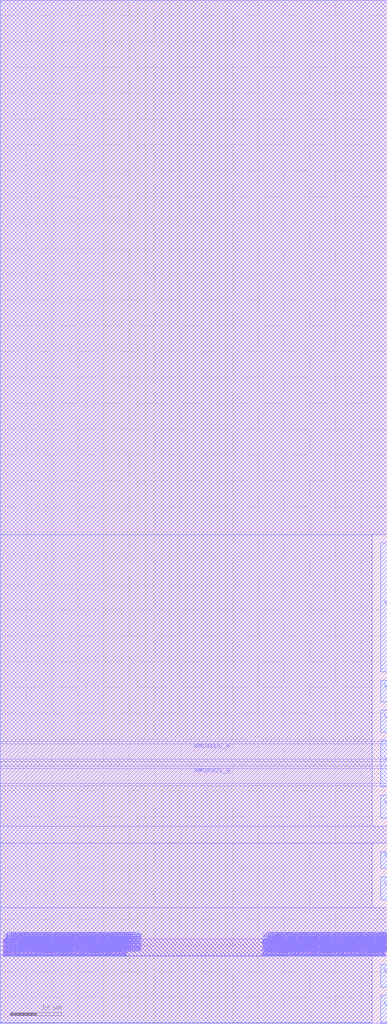
<source format=lef>
# Copyright 2020 The SkyWater PDK Authors
#
# Licensed under the Apache License, Version 2.0 (the "License");
# you may not use this file except in compliance with the License.
# You may obtain a copy of the License at
#
#     https://www.apache.org/licenses/LICENSE-2.0
#
# Unless required by applicable law or agreed to in writing, software
# distributed under the License is distributed on an "AS IS" BASIS,
# WITHOUT WARRANTIES OR CONDITIONS OF ANY KIND, either express or implied.
# See the License for the specific language governing permissions and
# limitations under the License.
#
# SPDX-License-Identifier: Apache-2.0

VERSION 5.7 ;
  NOWIREEXTENSIONATPIN ON ;
  DIVIDERCHAR "/" ;
  BUSBITCHARS "[]" ;
MACRO sky130_fd_io__overlay_vdda_lvc
  CLASS BLOCK ;
  FOREIGN sky130_fd_io__overlay_vdda_lvc ;
  ORIGIN  0.000000  0.000000 ;
  SIZE  75.00000 BY  198.0000 ;
  SYMMETRY X Y R90 ;
  PIN AMUXBUS_A
    DIRECTION INOUT ;
    USE SIGNAL ;
    PORT
      LAYER met4 ;
        RECT 0.000000 51.125000 75.000000 54.105000 ;
    END
  END AMUXBUS_A
  PIN AMUXBUS_B
    DIRECTION INOUT ;
    USE SIGNAL ;
    PORT
      LAYER met4 ;
        RECT 0.000000 46.365000 75.000000 49.345000 ;
    END
  END AMUXBUS_B
  PIN VCCD
    DIRECTION INOUT ;
    USE POWER ;
    PORT
      LAYER met5 ;
        RECT 73.730000 6.985000 75.000000 11.435000 ;
    END
  END VCCD
  PIN VCCHIB
    DIRECTION INOUT ;
    USE POWER ;
    PORT
      LAYER met5 ;
        RECT 73.730000 0.135000 75.000000 5.385000 ;
    END
  END VCCHIB
  PIN VDDA
    DIRECTION INOUT ;
    USE POWER ;
    PORT
      LAYER met3 ;
        RECT 0.630000 12.960000 0.950000 13.280000 ;
      LAYER met4 ;
        RECT 0.630000 12.960000 0.950000 13.280000 ;
    END
    PORT
      LAYER met3 ;
        RECT 0.630000 13.400000 0.950000 13.720000 ;
      LAYER met4 ;
        RECT 0.630000 13.400000 0.950000 13.720000 ;
    END
    PORT
      LAYER met3 ;
        RECT 0.630000 13.840000 0.950000 14.160000 ;
      LAYER met4 ;
        RECT 0.630000 13.840000 0.950000 14.160000 ;
    END
    PORT
      LAYER met3 ;
        RECT 0.630000 14.280000 0.950000 14.600000 ;
      LAYER met4 ;
        RECT 0.630000 14.280000 0.950000 14.600000 ;
    END
    PORT
      LAYER met3 ;
        RECT 0.630000 14.720000 0.950000 15.040000 ;
      LAYER met4 ;
        RECT 0.630000 14.720000 0.950000 15.040000 ;
    END
    PORT
      LAYER met3 ;
        RECT 0.630000 15.160000 0.950000 15.480000 ;
      LAYER met4 ;
        RECT 0.630000 15.160000 0.950000 15.480000 ;
    END
    PORT
      LAYER met3 ;
        RECT 0.630000 15.600000 0.950000 15.920000 ;
      LAYER met4 ;
        RECT 0.630000 15.600000 0.950000 15.920000 ;
    END
    PORT
      LAYER met3 ;
        RECT 0.630000 16.040000 0.950000 16.360000 ;
      LAYER met4 ;
        RECT 0.630000 16.040000 0.950000 16.360000 ;
    END
    PORT
      LAYER met3 ;
        RECT 1.040000 12.960000 1.360000 13.280000 ;
      LAYER met4 ;
        RECT 1.040000 12.960000 1.360000 13.280000 ;
    END
    PORT
      LAYER met3 ;
        RECT 1.040000 13.400000 1.360000 13.720000 ;
      LAYER met4 ;
        RECT 1.040000 13.400000 1.360000 13.720000 ;
    END
    PORT
      LAYER met3 ;
        RECT 1.040000 13.840000 1.360000 14.160000 ;
      LAYER met4 ;
        RECT 1.040000 13.840000 1.360000 14.160000 ;
    END
    PORT
      LAYER met3 ;
        RECT 1.040000 14.280000 1.360000 14.600000 ;
      LAYER met4 ;
        RECT 1.040000 14.280000 1.360000 14.600000 ;
    END
    PORT
      LAYER met3 ;
        RECT 1.040000 14.720000 1.360000 15.040000 ;
      LAYER met4 ;
        RECT 1.040000 14.720000 1.360000 15.040000 ;
    END
    PORT
      LAYER met3 ;
        RECT 1.040000 15.160000 1.360000 15.480000 ;
      LAYER met4 ;
        RECT 1.040000 15.160000 1.360000 15.480000 ;
    END
    PORT
      LAYER met3 ;
        RECT 1.040000 15.600000 1.360000 15.920000 ;
      LAYER met4 ;
        RECT 1.040000 15.600000 1.360000 15.920000 ;
    END
    PORT
      LAYER met3 ;
        RECT 1.040000 16.040000 1.360000 16.360000 ;
      LAYER met4 ;
        RECT 1.040000 16.040000 1.360000 16.360000 ;
    END
    PORT
      LAYER met3 ;
        RECT 1.450000 12.960000 1.770000 13.280000 ;
      LAYER met4 ;
        RECT 1.450000 12.960000 1.770000 13.280000 ;
    END
    PORT
      LAYER met3 ;
        RECT 1.450000 13.400000 1.770000 13.720000 ;
      LAYER met4 ;
        RECT 1.450000 13.400000 1.770000 13.720000 ;
    END
    PORT
      LAYER met3 ;
        RECT 1.450000 13.840000 1.770000 14.160000 ;
      LAYER met4 ;
        RECT 1.450000 13.840000 1.770000 14.160000 ;
    END
    PORT
      LAYER met3 ;
        RECT 1.450000 14.280000 1.770000 14.600000 ;
      LAYER met4 ;
        RECT 1.450000 14.280000 1.770000 14.600000 ;
    END
    PORT
      LAYER met3 ;
        RECT 1.450000 14.720000 1.770000 15.040000 ;
      LAYER met4 ;
        RECT 1.450000 14.720000 1.770000 15.040000 ;
    END
    PORT
      LAYER met3 ;
        RECT 1.450000 15.160000 1.770000 15.480000 ;
      LAYER met4 ;
        RECT 1.450000 15.160000 1.770000 15.480000 ;
    END
    PORT
      LAYER met3 ;
        RECT 1.450000 15.600000 1.770000 15.920000 ;
      LAYER met4 ;
        RECT 1.450000 15.600000 1.770000 15.920000 ;
    END
    PORT
      LAYER met3 ;
        RECT 1.450000 16.040000 1.770000 16.360000 ;
      LAYER met4 ;
        RECT 1.450000 16.040000 1.770000 16.360000 ;
    END
    PORT
      LAYER met3 ;
        RECT 1.860000 12.960000 2.180000 13.280000 ;
      LAYER met4 ;
        RECT 1.860000 12.960000 2.180000 13.280000 ;
    END
    PORT
      LAYER met3 ;
        RECT 1.860000 13.400000 2.180000 13.720000 ;
      LAYER met4 ;
        RECT 1.860000 13.400000 2.180000 13.720000 ;
    END
    PORT
      LAYER met3 ;
        RECT 1.860000 13.840000 2.180000 14.160000 ;
      LAYER met4 ;
        RECT 1.860000 13.840000 2.180000 14.160000 ;
    END
    PORT
      LAYER met3 ;
        RECT 1.860000 14.280000 2.180000 14.600000 ;
      LAYER met4 ;
        RECT 1.860000 14.280000 2.180000 14.600000 ;
    END
    PORT
      LAYER met3 ;
        RECT 1.860000 14.720000 2.180000 15.040000 ;
      LAYER met4 ;
        RECT 1.860000 14.720000 2.180000 15.040000 ;
    END
    PORT
      LAYER met3 ;
        RECT 1.860000 15.160000 2.180000 15.480000 ;
      LAYER met4 ;
        RECT 1.860000 15.160000 2.180000 15.480000 ;
    END
    PORT
      LAYER met3 ;
        RECT 1.860000 15.600000 2.180000 15.920000 ;
      LAYER met4 ;
        RECT 1.860000 15.600000 2.180000 15.920000 ;
    END
    PORT
      LAYER met3 ;
        RECT 1.860000 16.040000 2.180000 16.360000 ;
      LAYER met4 ;
        RECT 1.860000 16.040000 2.180000 16.360000 ;
    END
    PORT
      LAYER met3 ;
        RECT 10.380000 12.960000 10.700000 13.280000 ;
      LAYER met4 ;
        RECT 10.380000 12.960000 10.700000 13.280000 ;
    END
    PORT
      LAYER met3 ;
        RECT 10.380000 13.400000 10.700000 13.720000 ;
      LAYER met4 ;
        RECT 10.380000 13.400000 10.700000 13.720000 ;
    END
    PORT
      LAYER met3 ;
        RECT 10.380000 13.840000 10.700000 14.160000 ;
      LAYER met4 ;
        RECT 10.380000 13.840000 10.700000 14.160000 ;
    END
    PORT
      LAYER met3 ;
        RECT 10.380000 14.280000 10.700000 14.600000 ;
      LAYER met4 ;
        RECT 10.380000 14.280000 10.700000 14.600000 ;
    END
    PORT
      LAYER met3 ;
        RECT 10.380000 14.720000 10.700000 15.040000 ;
      LAYER met4 ;
        RECT 10.380000 14.720000 10.700000 15.040000 ;
    END
    PORT
      LAYER met3 ;
        RECT 10.380000 15.160000 10.700000 15.480000 ;
      LAYER met4 ;
        RECT 10.380000 15.160000 10.700000 15.480000 ;
    END
    PORT
      LAYER met3 ;
        RECT 10.380000 15.600000 10.700000 15.920000 ;
      LAYER met4 ;
        RECT 10.380000 15.600000 10.700000 15.920000 ;
    END
    PORT
      LAYER met3 ;
        RECT 10.380000 16.040000 10.700000 16.360000 ;
      LAYER met4 ;
        RECT 10.380000 16.040000 10.700000 16.360000 ;
    END
    PORT
      LAYER met3 ;
        RECT 10.785000 12.960000 11.105000 13.280000 ;
      LAYER met4 ;
        RECT 10.785000 12.960000 11.105000 13.280000 ;
    END
    PORT
      LAYER met3 ;
        RECT 10.785000 13.400000 11.105000 13.720000 ;
      LAYER met4 ;
        RECT 10.785000 13.400000 11.105000 13.720000 ;
    END
    PORT
      LAYER met3 ;
        RECT 10.785000 13.840000 11.105000 14.160000 ;
      LAYER met4 ;
        RECT 10.785000 13.840000 11.105000 14.160000 ;
    END
    PORT
      LAYER met3 ;
        RECT 10.785000 14.280000 11.105000 14.600000 ;
      LAYER met4 ;
        RECT 10.785000 14.280000 11.105000 14.600000 ;
    END
    PORT
      LAYER met3 ;
        RECT 10.785000 14.720000 11.105000 15.040000 ;
      LAYER met4 ;
        RECT 10.785000 14.720000 11.105000 15.040000 ;
    END
    PORT
      LAYER met3 ;
        RECT 10.785000 15.160000 11.105000 15.480000 ;
      LAYER met4 ;
        RECT 10.785000 15.160000 11.105000 15.480000 ;
    END
    PORT
      LAYER met3 ;
        RECT 10.785000 15.600000 11.105000 15.920000 ;
      LAYER met4 ;
        RECT 10.785000 15.600000 11.105000 15.920000 ;
    END
    PORT
      LAYER met3 ;
        RECT 10.785000 16.040000 11.105000 16.360000 ;
      LAYER met4 ;
        RECT 10.785000 16.040000 11.105000 16.360000 ;
    END
    PORT
      LAYER met3 ;
        RECT 11.190000 12.960000 11.510000 13.280000 ;
      LAYER met4 ;
        RECT 11.190000 12.960000 11.510000 13.280000 ;
    END
    PORT
      LAYER met3 ;
        RECT 11.190000 13.400000 11.510000 13.720000 ;
      LAYER met4 ;
        RECT 11.190000 13.400000 11.510000 13.720000 ;
    END
    PORT
      LAYER met3 ;
        RECT 11.190000 13.840000 11.510000 14.160000 ;
      LAYER met4 ;
        RECT 11.190000 13.840000 11.510000 14.160000 ;
    END
    PORT
      LAYER met3 ;
        RECT 11.190000 14.280000 11.510000 14.600000 ;
      LAYER met4 ;
        RECT 11.190000 14.280000 11.510000 14.600000 ;
    END
    PORT
      LAYER met3 ;
        RECT 11.190000 14.720000 11.510000 15.040000 ;
      LAYER met4 ;
        RECT 11.190000 14.720000 11.510000 15.040000 ;
    END
    PORT
      LAYER met3 ;
        RECT 11.190000 15.160000 11.510000 15.480000 ;
      LAYER met4 ;
        RECT 11.190000 15.160000 11.510000 15.480000 ;
    END
    PORT
      LAYER met3 ;
        RECT 11.190000 15.600000 11.510000 15.920000 ;
      LAYER met4 ;
        RECT 11.190000 15.600000 11.510000 15.920000 ;
    END
    PORT
      LAYER met3 ;
        RECT 11.190000 16.040000 11.510000 16.360000 ;
      LAYER met4 ;
        RECT 11.190000 16.040000 11.510000 16.360000 ;
    END
    PORT
      LAYER met3 ;
        RECT 11.595000 12.960000 11.915000 13.280000 ;
      LAYER met4 ;
        RECT 11.595000 12.960000 11.915000 13.280000 ;
    END
    PORT
      LAYER met3 ;
        RECT 11.595000 13.400000 11.915000 13.720000 ;
      LAYER met4 ;
        RECT 11.595000 13.400000 11.915000 13.720000 ;
    END
    PORT
      LAYER met3 ;
        RECT 11.595000 13.840000 11.915000 14.160000 ;
      LAYER met4 ;
        RECT 11.595000 13.840000 11.915000 14.160000 ;
    END
    PORT
      LAYER met3 ;
        RECT 11.595000 14.280000 11.915000 14.600000 ;
      LAYER met4 ;
        RECT 11.595000 14.280000 11.915000 14.600000 ;
    END
    PORT
      LAYER met3 ;
        RECT 11.595000 14.720000 11.915000 15.040000 ;
      LAYER met4 ;
        RECT 11.595000 14.720000 11.915000 15.040000 ;
    END
    PORT
      LAYER met3 ;
        RECT 11.595000 15.160000 11.915000 15.480000 ;
      LAYER met4 ;
        RECT 11.595000 15.160000 11.915000 15.480000 ;
    END
    PORT
      LAYER met3 ;
        RECT 11.595000 15.600000 11.915000 15.920000 ;
      LAYER met4 ;
        RECT 11.595000 15.600000 11.915000 15.920000 ;
    END
    PORT
      LAYER met3 ;
        RECT 11.595000 16.040000 11.915000 16.360000 ;
      LAYER met4 ;
        RECT 11.595000 16.040000 11.915000 16.360000 ;
    END
    PORT
      LAYER met3 ;
        RECT 12.000000 12.960000 12.320000 13.280000 ;
      LAYER met4 ;
        RECT 12.000000 12.960000 12.320000 13.280000 ;
    END
    PORT
      LAYER met3 ;
        RECT 12.000000 13.400000 12.320000 13.720000 ;
      LAYER met4 ;
        RECT 12.000000 13.400000 12.320000 13.720000 ;
    END
    PORT
      LAYER met3 ;
        RECT 12.000000 13.840000 12.320000 14.160000 ;
      LAYER met4 ;
        RECT 12.000000 13.840000 12.320000 14.160000 ;
    END
    PORT
      LAYER met3 ;
        RECT 12.000000 14.280000 12.320000 14.600000 ;
      LAYER met4 ;
        RECT 12.000000 14.280000 12.320000 14.600000 ;
    END
    PORT
      LAYER met3 ;
        RECT 12.000000 14.720000 12.320000 15.040000 ;
      LAYER met4 ;
        RECT 12.000000 14.720000 12.320000 15.040000 ;
    END
    PORT
      LAYER met3 ;
        RECT 12.000000 15.160000 12.320000 15.480000 ;
      LAYER met4 ;
        RECT 12.000000 15.160000 12.320000 15.480000 ;
    END
    PORT
      LAYER met3 ;
        RECT 12.000000 15.600000 12.320000 15.920000 ;
      LAYER met4 ;
        RECT 12.000000 15.600000 12.320000 15.920000 ;
    END
    PORT
      LAYER met3 ;
        RECT 12.000000 16.040000 12.320000 16.360000 ;
      LAYER met4 ;
        RECT 12.000000 16.040000 12.320000 16.360000 ;
    END
    PORT
      LAYER met3 ;
        RECT 12.405000 12.960000 12.725000 13.280000 ;
      LAYER met4 ;
        RECT 12.405000 12.960000 12.725000 13.280000 ;
    END
    PORT
      LAYER met3 ;
        RECT 12.405000 13.400000 12.725000 13.720000 ;
      LAYER met4 ;
        RECT 12.405000 13.400000 12.725000 13.720000 ;
    END
    PORT
      LAYER met3 ;
        RECT 12.405000 13.840000 12.725000 14.160000 ;
      LAYER met4 ;
        RECT 12.405000 13.840000 12.725000 14.160000 ;
    END
    PORT
      LAYER met3 ;
        RECT 12.405000 14.280000 12.725000 14.600000 ;
      LAYER met4 ;
        RECT 12.405000 14.280000 12.725000 14.600000 ;
    END
    PORT
      LAYER met3 ;
        RECT 12.405000 14.720000 12.725000 15.040000 ;
      LAYER met4 ;
        RECT 12.405000 14.720000 12.725000 15.040000 ;
    END
    PORT
      LAYER met3 ;
        RECT 12.405000 15.160000 12.725000 15.480000 ;
      LAYER met4 ;
        RECT 12.405000 15.160000 12.725000 15.480000 ;
    END
    PORT
      LAYER met3 ;
        RECT 12.405000 15.600000 12.725000 15.920000 ;
      LAYER met4 ;
        RECT 12.405000 15.600000 12.725000 15.920000 ;
    END
    PORT
      LAYER met3 ;
        RECT 12.405000 16.040000 12.725000 16.360000 ;
      LAYER met4 ;
        RECT 12.405000 16.040000 12.725000 16.360000 ;
    END
    PORT
      LAYER met3 ;
        RECT 12.810000 12.960000 13.130000 13.280000 ;
      LAYER met4 ;
        RECT 12.810000 12.960000 13.130000 13.280000 ;
    END
    PORT
      LAYER met3 ;
        RECT 12.810000 13.400000 13.130000 13.720000 ;
      LAYER met4 ;
        RECT 12.810000 13.400000 13.130000 13.720000 ;
    END
    PORT
      LAYER met3 ;
        RECT 12.810000 13.840000 13.130000 14.160000 ;
      LAYER met4 ;
        RECT 12.810000 13.840000 13.130000 14.160000 ;
    END
    PORT
      LAYER met3 ;
        RECT 12.810000 14.280000 13.130000 14.600000 ;
      LAYER met4 ;
        RECT 12.810000 14.280000 13.130000 14.600000 ;
    END
    PORT
      LAYER met3 ;
        RECT 12.810000 14.720000 13.130000 15.040000 ;
      LAYER met4 ;
        RECT 12.810000 14.720000 13.130000 15.040000 ;
    END
    PORT
      LAYER met3 ;
        RECT 12.810000 15.160000 13.130000 15.480000 ;
      LAYER met4 ;
        RECT 12.810000 15.160000 13.130000 15.480000 ;
    END
    PORT
      LAYER met3 ;
        RECT 12.810000 15.600000 13.130000 15.920000 ;
      LAYER met4 ;
        RECT 12.810000 15.600000 13.130000 15.920000 ;
    END
    PORT
      LAYER met3 ;
        RECT 12.810000 16.040000 13.130000 16.360000 ;
      LAYER met4 ;
        RECT 12.810000 16.040000 13.130000 16.360000 ;
    END
    PORT
      LAYER met3 ;
        RECT 13.215000 12.960000 13.535000 13.280000 ;
      LAYER met4 ;
        RECT 13.215000 12.960000 13.535000 13.280000 ;
    END
    PORT
      LAYER met3 ;
        RECT 13.215000 13.400000 13.535000 13.720000 ;
      LAYER met4 ;
        RECT 13.215000 13.400000 13.535000 13.720000 ;
    END
    PORT
      LAYER met3 ;
        RECT 13.215000 13.840000 13.535000 14.160000 ;
      LAYER met4 ;
        RECT 13.215000 13.840000 13.535000 14.160000 ;
    END
    PORT
      LAYER met3 ;
        RECT 13.215000 14.280000 13.535000 14.600000 ;
      LAYER met4 ;
        RECT 13.215000 14.280000 13.535000 14.600000 ;
    END
    PORT
      LAYER met3 ;
        RECT 13.215000 14.720000 13.535000 15.040000 ;
      LAYER met4 ;
        RECT 13.215000 14.720000 13.535000 15.040000 ;
    END
    PORT
      LAYER met3 ;
        RECT 13.215000 15.160000 13.535000 15.480000 ;
      LAYER met4 ;
        RECT 13.215000 15.160000 13.535000 15.480000 ;
    END
    PORT
      LAYER met3 ;
        RECT 13.215000 15.600000 13.535000 15.920000 ;
      LAYER met4 ;
        RECT 13.215000 15.600000 13.535000 15.920000 ;
    END
    PORT
      LAYER met3 ;
        RECT 13.215000 16.040000 13.535000 16.360000 ;
      LAYER met4 ;
        RECT 13.215000 16.040000 13.535000 16.360000 ;
    END
    PORT
      LAYER met3 ;
        RECT 13.620000 12.960000 13.940000 13.280000 ;
      LAYER met4 ;
        RECT 13.620000 12.960000 13.940000 13.280000 ;
    END
    PORT
      LAYER met3 ;
        RECT 13.620000 13.400000 13.940000 13.720000 ;
      LAYER met4 ;
        RECT 13.620000 13.400000 13.940000 13.720000 ;
    END
    PORT
      LAYER met3 ;
        RECT 13.620000 13.840000 13.940000 14.160000 ;
      LAYER met4 ;
        RECT 13.620000 13.840000 13.940000 14.160000 ;
    END
    PORT
      LAYER met3 ;
        RECT 13.620000 14.280000 13.940000 14.600000 ;
      LAYER met4 ;
        RECT 13.620000 14.280000 13.940000 14.600000 ;
    END
    PORT
      LAYER met3 ;
        RECT 13.620000 14.720000 13.940000 15.040000 ;
      LAYER met4 ;
        RECT 13.620000 14.720000 13.940000 15.040000 ;
    END
    PORT
      LAYER met3 ;
        RECT 13.620000 15.160000 13.940000 15.480000 ;
      LAYER met4 ;
        RECT 13.620000 15.160000 13.940000 15.480000 ;
    END
    PORT
      LAYER met3 ;
        RECT 13.620000 15.600000 13.940000 15.920000 ;
      LAYER met4 ;
        RECT 13.620000 15.600000 13.940000 15.920000 ;
    END
    PORT
      LAYER met3 ;
        RECT 13.620000 16.040000 13.940000 16.360000 ;
      LAYER met4 ;
        RECT 13.620000 16.040000 13.940000 16.360000 ;
    END
    PORT
      LAYER met3 ;
        RECT 14.025000 12.960000 14.345000 13.280000 ;
      LAYER met4 ;
        RECT 14.025000 12.960000 14.345000 13.280000 ;
    END
    PORT
      LAYER met3 ;
        RECT 14.025000 13.400000 14.345000 13.720000 ;
      LAYER met4 ;
        RECT 14.025000 13.400000 14.345000 13.720000 ;
    END
    PORT
      LAYER met3 ;
        RECT 14.025000 13.840000 14.345000 14.160000 ;
      LAYER met4 ;
        RECT 14.025000 13.840000 14.345000 14.160000 ;
    END
    PORT
      LAYER met3 ;
        RECT 14.025000 14.280000 14.345000 14.600000 ;
      LAYER met4 ;
        RECT 14.025000 14.280000 14.345000 14.600000 ;
    END
    PORT
      LAYER met3 ;
        RECT 14.025000 14.720000 14.345000 15.040000 ;
      LAYER met4 ;
        RECT 14.025000 14.720000 14.345000 15.040000 ;
    END
    PORT
      LAYER met3 ;
        RECT 14.025000 15.160000 14.345000 15.480000 ;
      LAYER met4 ;
        RECT 14.025000 15.160000 14.345000 15.480000 ;
    END
    PORT
      LAYER met3 ;
        RECT 14.025000 15.600000 14.345000 15.920000 ;
      LAYER met4 ;
        RECT 14.025000 15.600000 14.345000 15.920000 ;
    END
    PORT
      LAYER met3 ;
        RECT 14.025000 16.040000 14.345000 16.360000 ;
      LAYER met4 ;
        RECT 14.025000 16.040000 14.345000 16.360000 ;
    END
    PORT
      LAYER met3 ;
        RECT 14.430000 12.960000 14.750000 13.280000 ;
      LAYER met4 ;
        RECT 14.430000 12.960000 14.750000 13.280000 ;
    END
    PORT
      LAYER met3 ;
        RECT 14.430000 13.400000 14.750000 13.720000 ;
      LAYER met4 ;
        RECT 14.430000 13.400000 14.750000 13.720000 ;
    END
    PORT
      LAYER met3 ;
        RECT 14.430000 13.840000 14.750000 14.160000 ;
      LAYER met4 ;
        RECT 14.430000 13.840000 14.750000 14.160000 ;
    END
    PORT
      LAYER met3 ;
        RECT 14.430000 14.280000 14.750000 14.600000 ;
      LAYER met4 ;
        RECT 14.430000 14.280000 14.750000 14.600000 ;
    END
    PORT
      LAYER met3 ;
        RECT 14.430000 14.720000 14.750000 15.040000 ;
      LAYER met4 ;
        RECT 14.430000 14.720000 14.750000 15.040000 ;
    END
    PORT
      LAYER met3 ;
        RECT 14.430000 15.160000 14.750000 15.480000 ;
      LAYER met4 ;
        RECT 14.430000 15.160000 14.750000 15.480000 ;
    END
    PORT
      LAYER met3 ;
        RECT 14.430000 15.600000 14.750000 15.920000 ;
      LAYER met4 ;
        RECT 14.430000 15.600000 14.750000 15.920000 ;
    END
    PORT
      LAYER met3 ;
        RECT 14.430000 16.040000 14.750000 16.360000 ;
      LAYER met4 ;
        RECT 14.430000 16.040000 14.750000 16.360000 ;
    END
    PORT
      LAYER met3 ;
        RECT 14.835000 12.960000 15.155000 13.280000 ;
      LAYER met4 ;
        RECT 14.835000 12.960000 15.155000 13.280000 ;
    END
    PORT
      LAYER met3 ;
        RECT 14.835000 13.400000 15.155000 13.720000 ;
      LAYER met4 ;
        RECT 14.835000 13.400000 15.155000 13.720000 ;
    END
    PORT
      LAYER met3 ;
        RECT 14.835000 13.840000 15.155000 14.160000 ;
      LAYER met4 ;
        RECT 14.835000 13.840000 15.155000 14.160000 ;
    END
    PORT
      LAYER met3 ;
        RECT 14.835000 14.280000 15.155000 14.600000 ;
      LAYER met4 ;
        RECT 14.835000 14.280000 15.155000 14.600000 ;
    END
    PORT
      LAYER met3 ;
        RECT 14.835000 14.720000 15.155000 15.040000 ;
      LAYER met4 ;
        RECT 14.835000 14.720000 15.155000 15.040000 ;
    END
    PORT
      LAYER met3 ;
        RECT 14.835000 15.160000 15.155000 15.480000 ;
      LAYER met4 ;
        RECT 14.835000 15.160000 15.155000 15.480000 ;
    END
    PORT
      LAYER met3 ;
        RECT 14.835000 15.600000 15.155000 15.920000 ;
      LAYER met4 ;
        RECT 14.835000 15.600000 15.155000 15.920000 ;
    END
    PORT
      LAYER met3 ;
        RECT 14.835000 16.040000 15.155000 16.360000 ;
      LAYER met4 ;
        RECT 14.835000 16.040000 15.155000 16.360000 ;
    END
    PORT
      LAYER met3 ;
        RECT 15.240000 12.960000 15.560000 13.280000 ;
      LAYER met4 ;
        RECT 15.240000 12.960000 15.560000 13.280000 ;
    END
    PORT
      LAYER met3 ;
        RECT 15.240000 13.400000 15.560000 13.720000 ;
      LAYER met4 ;
        RECT 15.240000 13.400000 15.560000 13.720000 ;
    END
    PORT
      LAYER met3 ;
        RECT 15.240000 13.840000 15.560000 14.160000 ;
      LAYER met4 ;
        RECT 15.240000 13.840000 15.560000 14.160000 ;
    END
    PORT
      LAYER met3 ;
        RECT 15.240000 14.280000 15.560000 14.600000 ;
      LAYER met4 ;
        RECT 15.240000 14.280000 15.560000 14.600000 ;
    END
    PORT
      LAYER met3 ;
        RECT 15.240000 14.720000 15.560000 15.040000 ;
      LAYER met4 ;
        RECT 15.240000 14.720000 15.560000 15.040000 ;
    END
    PORT
      LAYER met3 ;
        RECT 15.240000 15.160000 15.560000 15.480000 ;
      LAYER met4 ;
        RECT 15.240000 15.160000 15.560000 15.480000 ;
    END
    PORT
      LAYER met3 ;
        RECT 15.240000 15.600000 15.560000 15.920000 ;
      LAYER met4 ;
        RECT 15.240000 15.600000 15.560000 15.920000 ;
    END
    PORT
      LAYER met3 ;
        RECT 15.240000 16.040000 15.560000 16.360000 ;
      LAYER met4 ;
        RECT 15.240000 16.040000 15.560000 16.360000 ;
    END
    PORT
      LAYER met3 ;
        RECT 15.645000 12.960000 15.965000 13.280000 ;
      LAYER met4 ;
        RECT 15.645000 12.960000 15.965000 13.280000 ;
    END
    PORT
      LAYER met3 ;
        RECT 15.645000 13.400000 15.965000 13.720000 ;
      LAYER met4 ;
        RECT 15.645000 13.400000 15.965000 13.720000 ;
    END
    PORT
      LAYER met3 ;
        RECT 15.645000 13.840000 15.965000 14.160000 ;
      LAYER met4 ;
        RECT 15.645000 13.840000 15.965000 14.160000 ;
    END
    PORT
      LAYER met3 ;
        RECT 15.645000 14.280000 15.965000 14.600000 ;
      LAYER met4 ;
        RECT 15.645000 14.280000 15.965000 14.600000 ;
    END
    PORT
      LAYER met3 ;
        RECT 15.645000 14.720000 15.965000 15.040000 ;
      LAYER met4 ;
        RECT 15.645000 14.720000 15.965000 15.040000 ;
    END
    PORT
      LAYER met3 ;
        RECT 15.645000 15.160000 15.965000 15.480000 ;
      LAYER met4 ;
        RECT 15.645000 15.160000 15.965000 15.480000 ;
    END
    PORT
      LAYER met3 ;
        RECT 15.645000 15.600000 15.965000 15.920000 ;
      LAYER met4 ;
        RECT 15.645000 15.600000 15.965000 15.920000 ;
    END
    PORT
      LAYER met3 ;
        RECT 15.645000 16.040000 15.965000 16.360000 ;
      LAYER met4 ;
        RECT 15.645000 16.040000 15.965000 16.360000 ;
    END
    PORT
      LAYER met3 ;
        RECT 16.050000 12.960000 16.370000 13.280000 ;
      LAYER met4 ;
        RECT 16.050000 12.960000 16.370000 13.280000 ;
    END
    PORT
      LAYER met3 ;
        RECT 16.050000 13.400000 16.370000 13.720000 ;
      LAYER met4 ;
        RECT 16.050000 13.400000 16.370000 13.720000 ;
    END
    PORT
      LAYER met3 ;
        RECT 16.050000 13.840000 16.370000 14.160000 ;
      LAYER met4 ;
        RECT 16.050000 13.840000 16.370000 14.160000 ;
    END
    PORT
      LAYER met3 ;
        RECT 16.050000 14.280000 16.370000 14.600000 ;
      LAYER met4 ;
        RECT 16.050000 14.280000 16.370000 14.600000 ;
    END
    PORT
      LAYER met3 ;
        RECT 16.050000 14.720000 16.370000 15.040000 ;
      LAYER met4 ;
        RECT 16.050000 14.720000 16.370000 15.040000 ;
    END
    PORT
      LAYER met3 ;
        RECT 16.050000 15.160000 16.370000 15.480000 ;
      LAYER met4 ;
        RECT 16.050000 15.160000 16.370000 15.480000 ;
    END
    PORT
      LAYER met3 ;
        RECT 16.050000 15.600000 16.370000 15.920000 ;
      LAYER met4 ;
        RECT 16.050000 15.600000 16.370000 15.920000 ;
    END
    PORT
      LAYER met3 ;
        RECT 16.050000 16.040000 16.370000 16.360000 ;
      LAYER met4 ;
        RECT 16.050000 16.040000 16.370000 16.360000 ;
    END
    PORT
      LAYER met3 ;
        RECT 16.455000 12.960000 16.775000 13.280000 ;
      LAYER met4 ;
        RECT 16.455000 12.960000 16.775000 13.280000 ;
    END
    PORT
      LAYER met3 ;
        RECT 16.455000 13.400000 16.775000 13.720000 ;
      LAYER met4 ;
        RECT 16.455000 13.400000 16.775000 13.720000 ;
    END
    PORT
      LAYER met3 ;
        RECT 16.455000 13.840000 16.775000 14.160000 ;
      LAYER met4 ;
        RECT 16.455000 13.840000 16.775000 14.160000 ;
    END
    PORT
      LAYER met3 ;
        RECT 16.455000 14.280000 16.775000 14.600000 ;
      LAYER met4 ;
        RECT 16.455000 14.280000 16.775000 14.600000 ;
    END
    PORT
      LAYER met3 ;
        RECT 16.455000 14.720000 16.775000 15.040000 ;
      LAYER met4 ;
        RECT 16.455000 14.720000 16.775000 15.040000 ;
    END
    PORT
      LAYER met3 ;
        RECT 16.455000 15.160000 16.775000 15.480000 ;
      LAYER met4 ;
        RECT 16.455000 15.160000 16.775000 15.480000 ;
    END
    PORT
      LAYER met3 ;
        RECT 16.455000 15.600000 16.775000 15.920000 ;
      LAYER met4 ;
        RECT 16.455000 15.600000 16.775000 15.920000 ;
    END
    PORT
      LAYER met3 ;
        RECT 16.455000 16.040000 16.775000 16.360000 ;
      LAYER met4 ;
        RECT 16.455000 16.040000 16.775000 16.360000 ;
    END
    PORT
      LAYER met3 ;
        RECT 16.860000 12.960000 17.180000 13.280000 ;
      LAYER met4 ;
        RECT 16.860000 12.960000 17.180000 13.280000 ;
    END
    PORT
      LAYER met3 ;
        RECT 16.860000 13.400000 17.180000 13.720000 ;
      LAYER met4 ;
        RECT 16.860000 13.400000 17.180000 13.720000 ;
    END
    PORT
      LAYER met3 ;
        RECT 16.860000 13.840000 17.180000 14.160000 ;
      LAYER met4 ;
        RECT 16.860000 13.840000 17.180000 14.160000 ;
    END
    PORT
      LAYER met3 ;
        RECT 16.860000 14.280000 17.180000 14.600000 ;
      LAYER met4 ;
        RECT 16.860000 14.280000 17.180000 14.600000 ;
    END
    PORT
      LAYER met3 ;
        RECT 16.860000 14.720000 17.180000 15.040000 ;
      LAYER met4 ;
        RECT 16.860000 14.720000 17.180000 15.040000 ;
    END
    PORT
      LAYER met3 ;
        RECT 16.860000 15.160000 17.180000 15.480000 ;
      LAYER met4 ;
        RECT 16.860000 15.160000 17.180000 15.480000 ;
    END
    PORT
      LAYER met3 ;
        RECT 16.860000 15.600000 17.180000 15.920000 ;
      LAYER met4 ;
        RECT 16.860000 15.600000 17.180000 15.920000 ;
    END
    PORT
      LAYER met3 ;
        RECT 16.860000 16.040000 17.180000 16.360000 ;
      LAYER met4 ;
        RECT 16.860000 16.040000 17.180000 16.360000 ;
    END
    PORT
      LAYER met3 ;
        RECT 17.265000 12.960000 17.585000 13.280000 ;
      LAYER met4 ;
        RECT 17.265000 12.960000 17.585000 13.280000 ;
    END
    PORT
      LAYER met3 ;
        RECT 17.265000 13.400000 17.585000 13.720000 ;
      LAYER met4 ;
        RECT 17.265000 13.400000 17.585000 13.720000 ;
    END
    PORT
      LAYER met3 ;
        RECT 17.265000 13.840000 17.585000 14.160000 ;
      LAYER met4 ;
        RECT 17.265000 13.840000 17.585000 14.160000 ;
    END
    PORT
      LAYER met3 ;
        RECT 17.265000 14.280000 17.585000 14.600000 ;
      LAYER met4 ;
        RECT 17.265000 14.280000 17.585000 14.600000 ;
    END
    PORT
      LAYER met3 ;
        RECT 17.265000 14.720000 17.585000 15.040000 ;
      LAYER met4 ;
        RECT 17.265000 14.720000 17.585000 15.040000 ;
    END
    PORT
      LAYER met3 ;
        RECT 17.265000 15.160000 17.585000 15.480000 ;
      LAYER met4 ;
        RECT 17.265000 15.160000 17.585000 15.480000 ;
    END
    PORT
      LAYER met3 ;
        RECT 17.265000 15.600000 17.585000 15.920000 ;
      LAYER met4 ;
        RECT 17.265000 15.600000 17.585000 15.920000 ;
    END
    PORT
      LAYER met3 ;
        RECT 17.265000 16.040000 17.585000 16.360000 ;
      LAYER met4 ;
        RECT 17.265000 16.040000 17.585000 16.360000 ;
    END
    PORT
      LAYER met3 ;
        RECT 17.670000 12.960000 17.990000 13.280000 ;
      LAYER met4 ;
        RECT 17.670000 12.960000 17.990000 13.280000 ;
    END
    PORT
      LAYER met3 ;
        RECT 17.670000 13.400000 17.990000 13.720000 ;
      LAYER met4 ;
        RECT 17.670000 13.400000 17.990000 13.720000 ;
    END
    PORT
      LAYER met3 ;
        RECT 17.670000 13.840000 17.990000 14.160000 ;
      LAYER met4 ;
        RECT 17.670000 13.840000 17.990000 14.160000 ;
    END
    PORT
      LAYER met3 ;
        RECT 17.670000 14.280000 17.990000 14.600000 ;
      LAYER met4 ;
        RECT 17.670000 14.280000 17.990000 14.600000 ;
    END
    PORT
      LAYER met3 ;
        RECT 17.670000 14.720000 17.990000 15.040000 ;
      LAYER met4 ;
        RECT 17.670000 14.720000 17.990000 15.040000 ;
    END
    PORT
      LAYER met3 ;
        RECT 17.670000 15.160000 17.990000 15.480000 ;
      LAYER met4 ;
        RECT 17.670000 15.160000 17.990000 15.480000 ;
    END
    PORT
      LAYER met3 ;
        RECT 17.670000 15.600000 17.990000 15.920000 ;
      LAYER met4 ;
        RECT 17.670000 15.600000 17.990000 15.920000 ;
    END
    PORT
      LAYER met3 ;
        RECT 17.670000 16.040000 17.990000 16.360000 ;
      LAYER met4 ;
        RECT 17.670000 16.040000 17.990000 16.360000 ;
    END
    PORT
      LAYER met3 ;
        RECT 18.075000 12.960000 18.395000 13.280000 ;
      LAYER met4 ;
        RECT 18.075000 12.960000 18.395000 13.280000 ;
    END
    PORT
      LAYER met3 ;
        RECT 18.075000 13.400000 18.395000 13.720000 ;
      LAYER met4 ;
        RECT 18.075000 13.400000 18.395000 13.720000 ;
    END
    PORT
      LAYER met3 ;
        RECT 18.075000 13.840000 18.395000 14.160000 ;
      LAYER met4 ;
        RECT 18.075000 13.840000 18.395000 14.160000 ;
    END
    PORT
      LAYER met3 ;
        RECT 18.075000 14.280000 18.395000 14.600000 ;
      LAYER met4 ;
        RECT 18.075000 14.280000 18.395000 14.600000 ;
    END
    PORT
      LAYER met3 ;
        RECT 18.075000 14.720000 18.395000 15.040000 ;
      LAYER met4 ;
        RECT 18.075000 14.720000 18.395000 15.040000 ;
    END
    PORT
      LAYER met3 ;
        RECT 18.075000 15.160000 18.395000 15.480000 ;
      LAYER met4 ;
        RECT 18.075000 15.160000 18.395000 15.480000 ;
    END
    PORT
      LAYER met3 ;
        RECT 18.075000 15.600000 18.395000 15.920000 ;
      LAYER met4 ;
        RECT 18.075000 15.600000 18.395000 15.920000 ;
    END
    PORT
      LAYER met3 ;
        RECT 18.075000 16.040000 18.395000 16.360000 ;
      LAYER met4 ;
        RECT 18.075000 16.040000 18.395000 16.360000 ;
    END
    PORT
      LAYER met3 ;
        RECT 18.480000 12.960000 18.800000 13.280000 ;
      LAYER met4 ;
        RECT 18.480000 12.960000 18.800000 13.280000 ;
    END
    PORT
      LAYER met3 ;
        RECT 18.480000 13.400000 18.800000 13.720000 ;
      LAYER met4 ;
        RECT 18.480000 13.400000 18.800000 13.720000 ;
    END
    PORT
      LAYER met3 ;
        RECT 18.480000 13.840000 18.800000 14.160000 ;
      LAYER met4 ;
        RECT 18.480000 13.840000 18.800000 14.160000 ;
    END
    PORT
      LAYER met3 ;
        RECT 18.480000 14.280000 18.800000 14.600000 ;
      LAYER met4 ;
        RECT 18.480000 14.280000 18.800000 14.600000 ;
    END
    PORT
      LAYER met3 ;
        RECT 18.480000 14.720000 18.800000 15.040000 ;
      LAYER met4 ;
        RECT 18.480000 14.720000 18.800000 15.040000 ;
    END
    PORT
      LAYER met3 ;
        RECT 18.480000 15.160000 18.800000 15.480000 ;
      LAYER met4 ;
        RECT 18.480000 15.160000 18.800000 15.480000 ;
    END
    PORT
      LAYER met3 ;
        RECT 18.480000 15.600000 18.800000 15.920000 ;
      LAYER met4 ;
        RECT 18.480000 15.600000 18.800000 15.920000 ;
    END
    PORT
      LAYER met3 ;
        RECT 18.480000 16.040000 18.800000 16.360000 ;
      LAYER met4 ;
        RECT 18.480000 16.040000 18.800000 16.360000 ;
    END
    PORT
      LAYER met3 ;
        RECT 18.885000 12.960000 19.205000 13.280000 ;
      LAYER met4 ;
        RECT 18.885000 12.960000 19.205000 13.280000 ;
    END
    PORT
      LAYER met3 ;
        RECT 18.885000 13.400000 19.205000 13.720000 ;
      LAYER met4 ;
        RECT 18.885000 13.400000 19.205000 13.720000 ;
    END
    PORT
      LAYER met3 ;
        RECT 18.885000 13.840000 19.205000 14.160000 ;
      LAYER met4 ;
        RECT 18.885000 13.840000 19.205000 14.160000 ;
    END
    PORT
      LAYER met3 ;
        RECT 18.885000 14.280000 19.205000 14.600000 ;
      LAYER met4 ;
        RECT 18.885000 14.280000 19.205000 14.600000 ;
    END
    PORT
      LAYER met3 ;
        RECT 18.885000 14.720000 19.205000 15.040000 ;
      LAYER met4 ;
        RECT 18.885000 14.720000 19.205000 15.040000 ;
    END
    PORT
      LAYER met3 ;
        RECT 18.885000 15.160000 19.205000 15.480000 ;
      LAYER met4 ;
        RECT 18.885000 15.160000 19.205000 15.480000 ;
    END
    PORT
      LAYER met3 ;
        RECT 18.885000 15.600000 19.205000 15.920000 ;
      LAYER met4 ;
        RECT 18.885000 15.600000 19.205000 15.920000 ;
    END
    PORT
      LAYER met3 ;
        RECT 18.885000 16.040000 19.205000 16.360000 ;
      LAYER met4 ;
        RECT 18.885000 16.040000 19.205000 16.360000 ;
    END
    PORT
      LAYER met3 ;
        RECT 19.290000 12.960000 19.610000 13.280000 ;
      LAYER met4 ;
        RECT 19.290000 12.960000 19.610000 13.280000 ;
    END
    PORT
      LAYER met3 ;
        RECT 19.290000 13.400000 19.610000 13.720000 ;
      LAYER met4 ;
        RECT 19.290000 13.400000 19.610000 13.720000 ;
    END
    PORT
      LAYER met3 ;
        RECT 19.290000 13.840000 19.610000 14.160000 ;
      LAYER met4 ;
        RECT 19.290000 13.840000 19.610000 14.160000 ;
    END
    PORT
      LAYER met3 ;
        RECT 19.290000 14.280000 19.610000 14.600000 ;
      LAYER met4 ;
        RECT 19.290000 14.280000 19.610000 14.600000 ;
    END
    PORT
      LAYER met3 ;
        RECT 19.290000 14.720000 19.610000 15.040000 ;
      LAYER met4 ;
        RECT 19.290000 14.720000 19.610000 15.040000 ;
    END
    PORT
      LAYER met3 ;
        RECT 19.290000 15.160000 19.610000 15.480000 ;
      LAYER met4 ;
        RECT 19.290000 15.160000 19.610000 15.480000 ;
    END
    PORT
      LAYER met3 ;
        RECT 19.290000 15.600000 19.610000 15.920000 ;
      LAYER met4 ;
        RECT 19.290000 15.600000 19.610000 15.920000 ;
    END
    PORT
      LAYER met3 ;
        RECT 19.290000 16.040000 19.610000 16.360000 ;
      LAYER met4 ;
        RECT 19.290000 16.040000 19.610000 16.360000 ;
    END
    PORT
      LAYER met3 ;
        RECT 19.695000 12.960000 20.015000 13.280000 ;
      LAYER met4 ;
        RECT 19.695000 12.960000 20.015000 13.280000 ;
    END
    PORT
      LAYER met3 ;
        RECT 19.695000 13.400000 20.015000 13.720000 ;
      LAYER met4 ;
        RECT 19.695000 13.400000 20.015000 13.720000 ;
    END
    PORT
      LAYER met3 ;
        RECT 19.695000 13.840000 20.015000 14.160000 ;
      LAYER met4 ;
        RECT 19.695000 13.840000 20.015000 14.160000 ;
    END
    PORT
      LAYER met3 ;
        RECT 19.695000 14.280000 20.015000 14.600000 ;
      LAYER met4 ;
        RECT 19.695000 14.280000 20.015000 14.600000 ;
    END
    PORT
      LAYER met3 ;
        RECT 19.695000 14.720000 20.015000 15.040000 ;
      LAYER met4 ;
        RECT 19.695000 14.720000 20.015000 15.040000 ;
    END
    PORT
      LAYER met3 ;
        RECT 19.695000 15.160000 20.015000 15.480000 ;
      LAYER met4 ;
        RECT 19.695000 15.160000 20.015000 15.480000 ;
    END
    PORT
      LAYER met3 ;
        RECT 19.695000 15.600000 20.015000 15.920000 ;
      LAYER met4 ;
        RECT 19.695000 15.600000 20.015000 15.920000 ;
    END
    PORT
      LAYER met3 ;
        RECT 19.695000 16.040000 20.015000 16.360000 ;
      LAYER met4 ;
        RECT 19.695000 16.040000 20.015000 16.360000 ;
    END
    PORT
      LAYER met3 ;
        RECT 2.270000 12.960000 2.590000 13.280000 ;
      LAYER met4 ;
        RECT 2.270000 12.960000 2.590000 13.280000 ;
    END
    PORT
      LAYER met3 ;
        RECT 2.270000 13.400000 2.590000 13.720000 ;
      LAYER met4 ;
        RECT 2.270000 13.400000 2.590000 13.720000 ;
    END
    PORT
      LAYER met3 ;
        RECT 2.270000 13.840000 2.590000 14.160000 ;
      LAYER met4 ;
        RECT 2.270000 13.840000 2.590000 14.160000 ;
    END
    PORT
      LAYER met3 ;
        RECT 2.270000 14.280000 2.590000 14.600000 ;
      LAYER met4 ;
        RECT 2.270000 14.280000 2.590000 14.600000 ;
    END
    PORT
      LAYER met3 ;
        RECT 2.270000 14.720000 2.590000 15.040000 ;
      LAYER met4 ;
        RECT 2.270000 14.720000 2.590000 15.040000 ;
    END
    PORT
      LAYER met3 ;
        RECT 2.270000 15.160000 2.590000 15.480000 ;
      LAYER met4 ;
        RECT 2.270000 15.160000 2.590000 15.480000 ;
    END
    PORT
      LAYER met3 ;
        RECT 2.270000 15.600000 2.590000 15.920000 ;
      LAYER met4 ;
        RECT 2.270000 15.600000 2.590000 15.920000 ;
    END
    PORT
      LAYER met3 ;
        RECT 2.270000 16.040000 2.590000 16.360000 ;
      LAYER met4 ;
        RECT 2.270000 16.040000 2.590000 16.360000 ;
    END
    PORT
      LAYER met3 ;
        RECT 2.680000 12.960000 3.000000 13.280000 ;
      LAYER met4 ;
        RECT 2.680000 12.960000 3.000000 13.280000 ;
    END
    PORT
      LAYER met3 ;
        RECT 2.680000 13.400000 3.000000 13.720000 ;
      LAYER met4 ;
        RECT 2.680000 13.400000 3.000000 13.720000 ;
    END
    PORT
      LAYER met3 ;
        RECT 2.680000 13.840000 3.000000 14.160000 ;
      LAYER met4 ;
        RECT 2.680000 13.840000 3.000000 14.160000 ;
    END
    PORT
      LAYER met3 ;
        RECT 2.680000 14.280000 3.000000 14.600000 ;
      LAYER met4 ;
        RECT 2.680000 14.280000 3.000000 14.600000 ;
    END
    PORT
      LAYER met3 ;
        RECT 2.680000 14.720000 3.000000 15.040000 ;
      LAYER met4 ;
        RECT 2.680000 14.720000 3.000000 15.040000 ;
    END
    PORT
      LAYER met3 ;
        RECT 2.680000 15.160000 3.000000 15.480000 ;
      LAYER met4 ;
        RECT 2.680000 15.160000 3.000000 15.480000 ;
    END
    PORT
      LAYER met3 ;
        RECT 2.680000 15.600000 3.000000 15.920000 ;
      LAYER met4 ;
        RECT 2.680000 15.600000 3.000000 15.920000 ;
    END
    PORT
      LAYER met3 ;
        RECT 2.680000 16.040000 3.000000 16.360000 ;
      LAYER met4 ;
        RECT 2.680000 16.040000 3.000000 16.360000 ;
    END
    PORT
      LAYER met3 ;
        RECT 20.100000 12.960000 20.420000 13.280000 ;
      LAYER met4 ;
        RECT 20.100000 12.960000 20.420000 13.280000 ;
    END
    PORT
      LAYER met3 ;
        RECT 20.100000 13.400000 20.420000 13.720000 ;
      LAYER met4 ;
        RECT 20.100000 13.400000 20.420000 13.720000 ;
    END
    PORT
      LAYER met3 ;
        RECT 20.100000 13.840000 20.420000 14.160000 ;
      LAYER met4 ;
        RECT 20.100000 13.840000 20.420000 14.160000 ;
    END
    PORT
      LAYER met3 ;
        RECT 20.100000 14.280000 20.420000 14.600000 ;
      LAYER met4 ;
        RECT 20.100000 14.280000 20.420000 14.600000 ;
    END
    PORT
      LAYER met3 ;
        RECT 20.100000 14.720000 20.420000 15.040000 ;
      LAYER met4 ;
        RECT 20.100000 14.720000 20.420000 15.040000 ;
    END
    PORT
      LAYER met3 ;
        RECT 20.100000 15.160000 20.420000 15.480000 ;
      LAYER met4 ;
        RECT 20.100000 15.160000 20.420000 15.480000 ;
    END
    PORT
      LAYER met3 ;
        RECT 20.100000 15.600000 20.420000 15.920000 ;
      LAYER met4 ;
        RECT 20.100000 15.600000 20.420000 15.920000 ;
    END
    PORT
      LAYER met3 ;
        RECT 20.100000 16.040000 20.420000 16.360000 ;
      LAYER met4 ;
        RECT 20.100000 16.040000 20.420000 16.360000 ;
    END
    PORT
      LAYER met3 ;
        RECT 20.505000 12.960000 20.825000 13.280000 ;
      LAYER met4 ;
        RECT 20.505000 12.960000 20.825000 13.280000 ;
    END
    PORT
      LAYER met3 ;
        RECT 20.505000 13.400000 20.825000 13.720000 ;
      LAYER met4 ;
        RECT 20.505000 13.400000 20.825000 13.720000 ;
    END
    PORT
      LAYER met3 ;
        RECT 20.505000 13.840000 20.825000 14.160000 ;
      LAYER met4 ;
        RECT 20.505000 13.840000 20.825000 14.160000 ;
    END
    PORT
      LAYER met3 ;
        RECT 20.505000 14.280000 20.825000 14.600000 ;
      LAYER met4 ;
        RECT 20.505000 14.280000 20.825000 14.600000 ;
    END
    PORT
      LAYER met3 ;
        RECT 20.505000 14.720000 20.825000 15.040000 ;
      LAYER met4 ;
        RECT 20.505000 14.720000 20.825000 15.040000 ;
    END
    PORT
      LAYER met3 ;
        RECT 20.505000 15.160000 20.825000 15.480000 ;
      LAYER met4 ;
        RECT 20.505000 15.160000 20.825000 15.480000 ;
    END
    PORT
      LAYER met3 ;
        RECT 20.505000 15.600000 20.825000 15.920000 ;
      LAYER met4 ;
        RECT 20.505000 15.600000 20.825000 15.920000 ;
    END
    PORT
      LAYER met3 ;
        RECT 20.505000 16.040000 20.825000 16.360000 ;
      LAYER met4 ;
        RECT 20.505000 16.040000 20.825000 16.360000 ;
    END
    PORT
      LAYER met3 ;
        RECT 20.910000 12.960000 21.230000 13.280000 ;
      LAYER met4 ;
        RECT 20.910000 12.960000 21.230000 13.280000 ;
    END
    PORT
      LAYER met3 ;
        RECT 20.910000 13.400000 21.230000 13.720000 ;
      LAYER met4 ;
        RECT 20.910000 13.400000 21.230000 13.720000 ;
    END
    PORT
      LAYER met3 ;
        RECT 20.910000 13.840000 21.230000 14.160000 ;
      LAYER met4 ;
        RECT 20.910000 13.840000 21.230000 14.160000 ;
    END
    PORT
      LAYER met3 ;
        RECT 20.910000 14.280000 21.230000 14.600000 ;
      LAYER met4 ;
        RECT 20.910000 14.280000 21.230000 14.600000 ;
    END
    PORT
      LAYER met3 ;
        RECT 20.910000 14.720000 21.230000 15.040000 ;
      LAYER met4 ;
        RECT 20.910000 14.720000 21.230000 15.040000 ;
    END
    PORT
      LAYER met3 ;
        RECT 20.910000 15.160000 21.230000 15.480000 ;
      LAYER met4 ;
        RECT 20.910000 15.160000 21.230000 15.480000 ;
    END
    PORT
      LAYER met3 ;
        RECT 20.910000 15.600000 21.230000 15.920000 ;
      LAYER met4 ;
        RECT 20.910000 15.600000 21.230000 15.920000 ;
    END
    PORT
      LAYER met3 ;
        RECT 20.910000 16.040000 21.230000 16.360000 ;
      LAYER met4 ;
        RECT 20.910000 16.040000 21.230000 16.360000 ;
    END
    PORT
      LAYER met3 ;
        RECT 21.315000 12.960000 21.635000 13.280000 ;
      LAYER met4 ;
        RECT 21.315000 12.960000 21.635000 13.280000 ;
    END
    PORT
      LAYER met3 ;
        RECT 21.315000 13.400000 21.635000 13.720000 ;
      LAYER met4 ;
        RECT 21.315000 13.400000 21.635000 13.720000 ;
    END
    PORT
      LAYER met3 ;
        RECT 21.315000 13.840000 21.635000 14.160000 ;
      LAYER met4 ;
        RECT 21.315000 13.840000 21.635000 14.160000 ;
    END
    PORT
      LAYER met3 ;
        RECT 21.315000 14.280000 21.635000 14.600000 ;
      LAYER met4 ;
        RECT 21.315000 14.280000 21.635000 14.600000 ;
    END
    PORT
      LAYER met3 ;
        RECT 21.315000 14.720000 21.635000 15.040000 ;
      LAYER met4 ;
        RECT 21.315000 14.720000 21.635000 15.040000 ;
    END
    PORT
      LAYER met3 ;
        RECT 21.315000 15.160000 21.635000 15.480000 ;
      LAYER met4 ;
        RECT 21.315000 15.160000 21.635000 15.480000 ;
    END
    PORT
      LAYER met3 ;
        RECT 21.315000 15.600000 21.635000 15.920000 ;
      LAYER met4 ;
        RECT 21.315000 15.600000 21.635000 15.920000 ;
    END
    PORT
      LAYER met3 ;
        RECT 21.315000 16.040000 21.635000 16.360000 ;
      LAYER met4 ;
        RECT 21.315000 16.040000 21.635000 16.360000 ;
    END
    PORT
      LAYER met3 ;
        RECT 21.720000 12.960000 22.040000 13.280000 ;
      LAYER met4 ;
        RECT 21.720000 12.960000 22.040000 13.280000 ;
    END
    PORT
      LAYER met3 ;
        RECT 21.720000 13.400000 22.040000 13.720000 ;
      LAYER met4 ;
        RECT 21.720000 13.400000 22.040000 13.720000 ;
    END
    PORT
      LAYER met3 ;
        RECT 21.720000 13.840000 22.040000 14.160000 ;
      LAYER met4 ;
        RECT 21.720000 13.840000 22.040000 14.160000 ;
    END
    PORT
      LAYER met3 ;
        RECT 21.720000 14.280000 22.040000 14.600000 ;
      LAYER met4 ;
        RECT 21.720000 14.280000 22.040000 14.600000 ;
    END
    PORT
      LAYER met3 ;
        RECT 21.720000 14.720000 22.040000 15.040000 ;
      LAYER met4 ;
        RECT 21.720000 14.720000 22.040000 15.040000 ;
    END
    PORT
      LAYER met3 ;
        RECT 21.720000 15.160000 22.040000 15.480000 ;
      LAYER met4 ;
        RECT 21.720000 15.160000 22.040000 15.480000 ;
    END
    PORT
      LAYER met3 ;
        RECT 21.720000 15.600000 22.040000 15.920000 ;
      LAYER met4 ;
        RECT 21.720000 15.600000 22.040000 15.920000 ;
    END
    PORT
      LAYER met3 ;
        RECT 21.720000 16.040000 22.040000 16.360000 ;
      LAYER met4 ;
        RECT 21.720000 16.040000 22.040000 16.360000 ;
    END
    PORT
      LAYER met3 ;
        RECT 22.125000 12.960000 22.445000 13.280000 ;
      LAYER met4 ;
        RECT 22.125000 12.960000 22.445000 13.280000 ;
    END
    PORT
      LAYER met3 ;
        RECT 22.125000 13.400000 22.445000 13.720000 ;
      LAYER met4 ;
        RECT 22.125000 13.400000 22.445000 13.720000 ;
    END
    PORT
      LAYER met3 ;
        RECT 22.125000 13.840000 22.445000 14.160000 ;
      LAYER met4 ;
        RECT 22.125000 13.840000 22.445000 14.160000 ;
    END
    PORT
      LAYER met3 ;
        RECT 22.125000 14.280000 22.445000 14.600000 ;
      LAYER met4 ;
        RECT 22.125000 14.280000 22.445000 14.600000 ;
    END
    PORT
      LAYER met3 ;
        RECT 22.125000 14.720000 22.445000 15.040000 ;
      LAYER met4 ;
        RECT 22.125000 14.720000 22.445000 15.040000 ;
    END
    PORT
      LAYER met3 ;
        RECT 22.125000 15.160000 22.445000 15.480000 ;
      LAYER met4 ;
        RECT 22.125000 15.160000 22.445000 15.480000 ;
    END
    PORT
      LAYER met3 ;
        RECT 22.125000 15.600000 22.445000 15.920000 ;
      LAYER met4 ;
        RECT 22.125000 15.600000 22.445000 15.920000 ;
    END
    PORT
      LAYER met3 ;
        RECT 22.125000 16.040000 22.445000 16.360000 ;
      LAYER met4 ;
        RECT 22.125000 16.040000 22.445000 16.360000 ;
    END
    PORT
      LAYER met3 ;
        RECT 22.530000 12.960000 22.850000 13.280000 ;
      LAYER met4 ;
        RECT 22.530000 12.960000 22.850000 13.280000 ;
    END
    PORT
      LAYER met3 ;
        RECT 22.530000 13.400000 22.850000 13.720000 ;
      LAYER met4 ;
        RECT 22.530000 13.400000 22.850000 13.720000 ;
    END
    PORT
      LAYER met3 ;
        RECT 22.530000 13.840000 22.850000 14.160000 ;
      LAYER met4 ;
        RECT 22.530000 13.840000 22.850000 14.160000 ;
    END
    PORT
      LAYER met3 ;
        RECT 22.530000 14.280000 22.850000 14.600000 ;
      LAYER met4 ;
        RECT 22.530000 14.280000 22.850000 14.600000 ;
    END
    PORT
      LAYER met3 ;
        RECT 22.530000 14.720000 22.850000 15.040000 ;
      LAYER met4 ;
        RECT 22.530000 14.720000 22.850000 15.040000 ;
    END
    PORT
      LAYER met3 ;
        RECT 22.530000 15.160000 22.850000 15.480000 ;
      LAYER met4 ;
        RECT 22.530000 15.160000 22.850000 15.480000 ;
    END
    PORT
      LAYER met3 ;
        RECT 22.530000 15.600000 22.850000 15.920000 ;
      LAYER met4 ;
        RECT 22.530000 15.600000 22.850000 15.920000 ;
    END
    PORT
      LAYER met3 ;
        RECT 22.530000 16.040000 22.850000 16.360000 ;
      LAYER met4 ;
        RECT 22.530000 16.040000 22.850000 16.360000 ;
    END
    PORT
      LAYER met3 ;
        RECT 22.935000 12.960000 23.255000 13.280000 ;
      LAYER met4 ;
        RECT 22.935000 12.960000 23.255000 13.280000 ;
    END
    PORT
      LAYER met3 ;
        RECT 22.935000 13.400000 23.255000 13.720000 ;
      LAYER met4 ;
        RECT 22.935000 13.400000 23.255000 13.720000 ;
    END
    PORT
      LAYER met3 ;
        RECT 22.935000 13.840000 23.255000 14.160000 ;
      LAYER met4 ;
        RECT 22.935000 13.840000 23.255000 14.160000 ;
    END
    PORT
      LAYER met3 ;
        RECT 22.935000 14.280000 23.255000 14.600000 ;
      LAYER met4 ;
        RECT 22.935000 14.280000 23.255000 14.600000 ;
    END
    PORT
      LAYER met3 ;
        RECT 22.935000 14.720000 23.255000 15.040000 ;
      LAYER met4 ;
        RECT 22.935000 14.720000 23.255000 15.040000 ;
    END
    PORT
      LAYER met3 ;
        RECT 22.935000 15.160000 23.255000 15.480000 ;
      LAYER met4 ;
        RECT 22.935000 15.160000 23.255000 15.480000 ;
    END
    PORT
      LAYER met3 ;
        RECT 22.935000 15.600000 23.255000 15.920000 ;
      LAYER met4 ;
        RECT 22.935000 15.600000 23.255000 15.920000 ;
    END
    PORT
      LAYER met3 ;
        RECT 22.935000 16.040000 23.255000 16.360000 ;
      LAYER met4 ;
        RECT 22.935000 16.040000 23.255000 16.360000 ;
    END
    PORT
      LAYER met3 ;
        RECT 23.340000 12.960000 23.660000 13.280000 ;
      LAYER met4 ;
        RECT 23.340000 12.960000 23.660000 13.280000 ;
    END
    PORT
      LAYER met3 ;
        RECT 23.340000 13.400000 23.660000 13.720000 ;
      LAYER met4 ;
        RECT 23.340000 13.400000 23.660000 13.720000 ;
    END
    PORT
      LAYER met3 ;
        RECT 23.340000 13.840000 23.660000 14.160000 ;
      LAYER met4 ;
        RECT 23.340000 13.840000 23.660000 14.160000 ;
    END
    PORT
      LAYER met3 ;
        RECT 23.340000 14.280000 23.660000 14.600000 ;
      LAYER met4 ;
        RECT 23.340000 14.280000 23.660000 14.600000 ;
    END
    PORT
      LAYER met3 ;
        RECT 23.340000 14.720000 23.660000 15.040000 ;
      LAYER met4 ;
        RECT 23.340000 14.720000 23.660000 15.040000 ;
    END
    PORT
      LAYER met3 ;
        RECT 23.340000 15.160000 23.660000 15.480000 ;
      LAYER met4 ;
        RECT 23.340000 15.160000 23.660000 15.480000 ;
    END
    PORT
      LAYER met3 ;
        RECT 23.340000 15.600000 23.660000 15.920000 ;
      LAYER met4 ;
        RECT 23.340000 15.600000 23.660000 15.920000 ;
    END
    PORT
      LAYER met3 ;
        RECT 23.340000 16.040000 23.660000 16.360000 ;
      LAYER met4 ;
        RECT 23.340000 16.040000 23.660000 16.360000 ;
    END
    PORT
      LAYER met3 ;
        RECT 23.745000 12.960000 24.065000 13.280000 ;
      LAYER met4 ;
        RECT 23.745000 12.960000 24.065000 13.280000 ;
    END
    PORT
      LAYER met3 ;
        RECT 23.745000 13.400000 24.065000 13.720000 ;
      LAYER met4 ;
        RECT 23.745000 13.400000 24.065000 13.720000 ;
    END
    PORT
      LAYER met3 ;
        RECT 23.745000 13.840000 24.065000 14.160000 ;
      LAYER met4 ;
        RECT 23.745000 13.840000 24.065000 14.160000 ;
    END
    PORT
      LAYER met3 ;
        RECT 23.745000 14.280000 24.065000 14.600000 ;
      LAYER met4 ;
        RECT 23.745000 14.280000 24.065000 14.600000 ;
    END
    PORT
      LAYER met3 ;
        RECT 23.745000 14.720000 24.065000 15.040000 ;
      LAYER met4 ;
        RECT 23.745000 14.720000 24.065000 15.040000 ;
    END
    PORT
      LAYER met3 ;
        RECT 23.745000 15.160000 24.065000 15.480000 ;
      LAYER met4 ;
        RECT 23.745000 15.160000 24.065000 15.480000 ;
    END
    PORT
      LAYER met3 ;
        RECT 23.745000 15.600000 24.065000 15.920000 ;
      LAYER met4 ;
        RECT 23.745000 15.600000 24.065000 15.920000 ;
    END
    PORT
      LAYER met3 ;
        RECT 23.745000 16.040000 24.065000 16.360000 ;
      LAYER met4 ;
        RECT 23.745000 16.040000 24.065000 16.360000 ;
    END
    PORT
      LAYER met3 ;
        RECT 24.150000 12.960000 24.470000 13.280000 ;
      LAYER met4 ;
        RECT 24.150000 12.960000 24.470000 13.280000 ;
    END
    PORT
      LAYER met3 ;
        RECT 24.150000 13.400000 24.470000 13.720000 ;
      LAYER met4 ;
        RECT 24.150000 13.400000 24.470000 13.720000 ;
    END
    PORT
      LAYER met3 ;
        RECT 24.150000 13.840000 24.470000 14.160000 ;
      LAYER met4 ;
        RECT 24.150000 13.840000 24.470000 14.160000 ;
    END
    PORT
      LAYER met3 ;
        RECT 24.150000 14.280000 24.470000 14.600000 ;
      LAYER met4 ;
        RECT 24.150000 14.280000 24.470000 14.600000 ;
    END
    PORT
      LAYER met3 ;
        RECT 24.150000 14.720000 24.470000 15.040000 ;
      LAYER met4 ;
        RECT 24.150000 14.720000 24.470000 15.040000 ;
    END
    PORT
      LAYER met3 ;
        RECT 24.150000 15.160000 24.470000 15.480000 ;
      LAYER met4 ;
        RECT 24.150000 15.160000 24.470000 15.480000 ;
    END
    PORT
      LAYER met3 ;
        RECT 24.150000 15.600000 24.470000 15.920000 ;
      LAYER met4 ;
        RECT 24.150000 15.600000 24.470000 15.920000 ;
    END
    PORT
      LAYER met3 ;
        RECT 24.150000 16.040000 24.470000 16.360000 ;
      LAYER met4 ;
        RECT 24.150000 16.040000 24.470000 16.360000 ;
    END
    PORT
      LAYER met3 ;
        RECT 3.090000 12.960000 3.410000 13.280000 ;
      LAYER met4 ;
        RECT 3.090000 12.960000 3.410000 13.280000 ;
    END
    PORT
      LAYER met3 ;
        RECT 3.090000 13.400000 3.410000 13.720000 ;
      LAYER met4 ;
        RECT 3.090000 13.400000 3.410000 13.720000 ;
    END
    PORT
      LAYER met3 ;
        RECT 3.090000 13.840000 3.410000 14.160000 ;
      LAYER met4 ;
        RECT 3.090000 13.840000 3.410000 14.160000 ;
    END
    PORT
      LAYER met3 ;
        RECT 3.090000 14.280000 3.410000 14.600000 ;
      LAYER met4 ;
        RECT 3.090000 14.280000 3.410000 14.600000 ;
    END
    PORT
      LAYER met3 ;
        RECT 3.090000 14.720000 3.410000 15.040000 ;
      LAYER met4 ;
        RECT 3.090000 14.720000 3.410000 15.040000 ;
    END
    PORT
      LAYER met3 ;
        RECT 3.090000 15.160000 3.410000 15.480000 ;
      LAYER met4 ;
        RECT 3.090000 15.160000 3.410000 15.480000 ;
    END
    PORT
      LAYER met3 ;
        RECT 3.090000 15.600000 3.410000 15.920000 ;
      LAYER met4 ;
        RECT 3.090000 15.600000 3.410000 15.920000 ;
    END
    PORT
      LAYER met3 ;
        RECT 3.090000 16.040000 3.410000 16.360000 ;
      LAYER met4 ;
        RECT 3.090000 16.040000 3.410000 16.360000 ;
    END
    PORT
      LAYER met3 ;
        RECT 3.495000 12.960000 3.815000 13.280000 ;
      LAYER met4 ;
        RECT 3.495000 12.960000 3.815000 13.280000 ;
    END
    PORT
      LAYER met3 ;
        RECT 3.495000 13.400000 3.815000 13.720000 ;
      LAYER met4 ;
        RECT 3.495000 13.400000 3.815000 13.720000 ;
    END
    PORT
      LAYER met3 ;
        RECT 3.495000 13.840000 3.815000 14.160000 ;
      LAYER met4 ;
        RECT 3.495000 13.840000 3.815000 14.160000 ;
    END
    PORT
      LAYER met3 ;
        RECT 3.495000 14.280000 3.815000 14.600000 ;
      LAYER met4 ;
        RECT 3.495000 14.280000 3.815000 14.600000 ;
    END
    PORT
      LAYER met3 ;
        RECT 3.495000 14.720000 3.815000 15.040000 ;
      LAYER met4 ;
        RECT 3.495000 14.720000 3.815000 15.040000 ;
    END
    PORT
      LAYER met3 ;
        RECT 3.495000 15.160000 3.815000 15.480000 ;
      LAYER met4 ;
        RECT 3.495000 15.160000 3.815000 15.480000 ;
    END
    PORT
      LAYER met3 ;
        RECT 3.495000 15.600000 3.815000 15.920000 ;
      LAYER met4 ;
        RECT 3.495000 15.600000 3.815000 15.920000 ;
    END
    PORT
      LAYER met3 ;
        RECT 3.495000 16.040000 3.815000 16.360000 ;
      LAYER met4 ;
        RECT 3.495000 16.040000 3.815000 16.360000 ;
    END
    PORT
      LAYER met3 ;
        RECT 3.900000 12.960000 4.220000 13.280000 ;
      LAYER met4 ;
        RECT 3.900000 12.960000 4.220000 13.280000 ;
    END
    PORT
      LAYER met3 ;
        RECT 3.900000 13.400000 4.220000 13.720000 ;
      LAYER met4 ;
        RECT 3.900000 13.400000 4.220000 13.720000 ;
    END
    PORT
      LAYER met3 ;
        RECT 3.900000 13.840000 4.220000 14.160000 ;
      LAYER met4 ;
        RECT 3.900000 13.840000 4.220000 14.160000 ;
    END
    PORT
      LAYER met3 ;
        RECT 3.900000 14.280000 4.220000 14.600000 ;
      LAYER met4 ;
        RECT 3.900000 14.280000 4.220000 14.600000 ;
    END
    PORT
      LAYER met3 ;
        RECT 3.900000 14.720000 4.220000 15.040000 ;
      LAYER met4 ;
        RECT 3.900000 14.720000 4.220000 15.040000 ;
    END
    PORT
      LAYER met3 ;
        RECT 3.900000 15.160000 4.220000 15.480000 ;
      LAYER met4 ;
        RECT 3.900000 15.160000 4.220000 15.480000 ;
    END
    PORT
      LAYER met3 ;
        RECT 3.900000 15.600000 4.220000 15.920000 ;
      LAYER met4 ;
        RECT 3.900000 15.600000 4.220000 15.920000 ;
    END
    PORT
      LAYER met3 ;
        RECT 3.900000 16.040000 4.220000 16.360000 ;
      LAYER met4 ;
        RECT 3.900000 16.040000 4.220000 16.360000 ;
    END
    PORT
      LAYER met3 ;
        RECT 4.305000 12.960000 4.625000 13.280000 ;
      LAYER met4 ;
        RECT 4.305000 12.960000 4.625000 13.280000 ;
    END
    PORT
      LAYER met3 ;
        RECT 4.305000 13.400000 4.625000 13.720000 ;
      LAYER met4 ;
        RECT 4.305000 13.400000 4.625000 13.720000 ;
    END
    PORT
      LAYER met3 ;
        RECT 4.305000 13.840000 4.625000 14.160000 ;
      LAYER met4 ;
        RECT 4.305000 13.840000 4.625000 14.160000 ;
    END
    PORT
      LAYER met3 ;
        RECT 4.305000 14.280000 4.625000 14.600000 ;
      LAYER met4 ;
        RECT 4.305000 14.280000 4.625000 14.600000 ;
    END
    PORT
      LAYER met3 ;
        RECT 4.305000 14.720000 4.625000 15.040000 ;
      LAYER met4 ;
        RECT 4.305000 14.720000 4.625000 15.040000 ;
    END
    PORT
      LAYER met3 ;
        RECT 4.305000 15.160000 4.625000 15.480000 ;
      LAYER met4 ;
        RECT 4.305000 15.160000 4.625000 15.480000 ;
    END
    PORT
      LAYER met3 ;
        RECT 4.305000 15.600000 4.625000 15.920000 ;
      LAYER met4 ;
        RECT 4.305000 15.600000 4.625000 15.920000 ;
    END
    PORT
      LAYER met3 ;
        RECT 4.305000 16.040000 4.625000 16.360000 ;
      LAYER met4 ;
        RECT 4.305000 16.040000 4.625000 16.360000 ;
    END
    PORT
      LAYER met3 ;
        RECT 4.710000 12.960000 5.030000 13.280000 ;
      LAYER met4 ;
        RECT 4.710000 12.960000 5.030000 13.280000 ;
    END
    PORT
      LAYER met3 ;
        RECT 4.710000 13.400000 5.030000 13.720000 ;
      LAYER met4 ;
        RECT 4.710000 13.400000 5.030000 13.720000 ;
    END
    PORT
      LAYER met3 ;
        RECT 4.710000 13.840000 5.030000 14.160000 ;
      LAYER met4 ;
        RECT 4.710000 13.840000 5.030000 14.160000 ;
    END
    PORT
      LAYER met3 ;
        RECT 4.710000 14.280000 5.030000 14.600000 ;
      LAYER met4 ;
        RECT 4.710000 14.280000 5.030000 14.600000 ;
    END
    PORT
      LAYER met3 ;
        RECT 4.710000 14.720000 5.030000 15.040000 ;
      LAYER met4 ;
        RECT 4.710000 14.720000 5.030000 15.040000 ;
    END
    PORT
      LAYER met3 ;
        RECT 4.710000 15.160000 5.030000 15.480000 ;
      LAYER met4 ;
        RECT 4.710000 15.160000 5.030000 15.480000 ;
    END
    PORT
      LAYER met3 ;
        RECT 4.710000 15.600000 5.030000 15.920000 ;
      LAYER met4 ;
        RECT 4.710000 15.600000 5.030000 15.920000 ;
    END
    PORT
      LAYER met3 ;
        RECT 4.710000 16.040000 5.030000 16.360000 ;
      LAYER met4 ;
        RECT 4.710000 16.040000 5.030000 16.360000 ;
    END
    PORT
      LAYER met3 ;
        RECT 5.115000 12.960000 5.435000 13.280000 ;
      LAYER met4 ;
        RECT 5.115000 12.960000 5.435000 13.280000 ;
    END
    PORT
      LAYER met3 ;
        RECT 5.115000 13.400000 5.435000 13.720000 ;
      LAYER met4 ;
        RECT 5.115000 13.400000 5.435000 13.720000 ;
    END
    PORT
      LAYER met3 ;
        RECT 5.115000 13.840000 5.435000 14.160000 ;
      LAYER met4 ;
        RECT 5.115000 13.840000 5.435000 14.160000 ;
    END
    PORT
      LAYER met3 ;
        RECT 5.115000 14.280000 5.435000 14.600000 ;
      LAYER met4 ;
        RECT 5.115000 14.280000 5.435000 14.600000 ;
    END
    PORT
      LAYER met3 ;
        RECT 5.115000 14.720000 5.435000 15.040000 ;
      LAYER met4 ;
        RECT 5.115000 14.720000 5.435000 15.040000 ;
    END
    PORT
      LAYER met3 ;
        RECT 5.115000 15.160000 5.435000 15.480000 ;
      LAYER met4 ;
        RECT 5.115000 15.160000 5.435000 15.480000 ;
    END
    PORT
      LAYER met3 ;
        RECT 5.115000 15.600000 5.435000 15.920000 ;
      LAYER met4 ;
        RECT 5.115000 15.600000 5.435000 15.920000 ;
    END
    PORT
      LAYER met3 ;
        RECT 5.115000 16.040000 5.435000 16.360000 ;
      LAYER met4 ;
        RECT 5.115000 16.040000 5.435000 16.360000 ;
    END
    PORT
      LAYER met3 ;
        RECT 5.520000 12.960000 5.840000 13.280000 ;
      LAYER met4 ;
        RECT 5.520000 12.960000 5.840000 13.280000 ;
    END
    PORT
      LAYER met3 ;
        RECT 5.520000 13.400000 5.840000 13.720000 ;
      LAYER met4 ;
        RECT 5.520000 13.400000 5.840000 13.720000 ;
    END
    PORT
      LAYER met3 ;
        RECT 5.520000 13.840000 5.840000 14.160000 ;
      LAYER met4 ;
        RECT 5.520000 13.840000 5.840000 14.160000 ;
    END
    PORT
      LAYER met3 ;
        RECT 5.520000 14.280000 5.840000 14.600000 ;
      LAYER met4 ;
        RECT 5.520000 14.280000 5.840000 14.600000 ;
    END
    PORT
      LAYER met3 ;
        RECT 5.520000 14.720000 5.840000 15.040000 ;
      LAYER met4 ;
        RECT 5.520000 14.720000 5.840000 15.040000 ;
    END
    PORT
      LAYER met3 ;
        RECT 5.520000 15.160000 5.840000 15.480000 ;
      LAYER met4 ;
        RECT 5.520000 15.160000 5.840000 15.480000 ;
    END
    PORT
      LAYER met3 ;
        RECT 5.520000 15.600000 5.840000 15.920000 ;
      LAYER met4 ;
        RECT 5.520000 15.600000 5.840000 15.920000 ;
    END
    PORT
      LAYER met3 ;
        RECT 5.520000 16.040000 5.840000 16.360000 ;
      LAYER met4 ;
        RECT 5.520000 16.040000 5.840000 16.360000 ;
    END
    PORT
      LAYER met3 ;
        RECT 5.925000 12.960000 6.245000 13.280000 ;
      LAYER met4 ;
        RECT 5.925000 12.960000 6.245000 13.280000 ;
    END
    PORT
      LAYER met3 ;
        RECT 5.925000 13.400000 6.245000 13.720000 ;
      LAYER met4 ;
        RECT 5.925000 13.400000 6.245000 13.720000 ;
    END
    PORT
      LAYER met3 ;
        RECT 5.925000 13.840000 6.245000 14.160000 ;
      LAYER met4 ;
        RECT 5.925000 13.840000 6.245000 14.160000 ;
    END
    PORT
      LAYER met3 ;
        RECT 5.925000 14.280000 6.245000 14.600000 ;
      LAYER met4 ;
        RECT 5.925000 14.280000 6.245000 14.600000 ;
    END
    PORT
      LAYER met3 ;
        RECT 5.925000 14.720000 6.245000 15.040000 ;
      LAYER met4 ;
        RECT 5.925000 14.720000 6.245000 15.040000 ;
    END
    PORT
      LAYER met3 ;
        RECT 5.925000 15.160000 6.245000 15.480000 ;
      LAYER met4 ;
        RECT 5.925000 15.160000 6.245000 15.480000 ;
    END
    PORT
      LAYER met3 ;
        RECT 5.925000 15.600000 6.245000 15.920000 ;
      LAYER met4 ;
        RECT 5.925000 15.600000 6.245000 15.920000 ;
    END
    PORT
      LAYER met3 ;
        RECT 5.925000 16.040000 6.245000 16.360000 ;
      LAYER met4 ;
        RECT 5.925000 16.040000 6.245000 16.360000 ;
    END
    PORT
      LAYER met3 ;
        RECT 50.785000 12.960000 51.105000 13.280000 ;
      LAYER met4 ;
        RECT 50.785000 12.960000 51.105000 13.280000 ;
    END
    PORT
      LAYER met3 ;
        RECT 50.785000 13.400000 51.105000 13.720000 ;
      LAYER met4 ;
        RECT 50.785000 13.400000 51.105000 13.720000 ;
    END
    PORT
      LAYER met3 ;
        RECT 50.785000 13.840000 51.105000 14.160000 ;
      LAYER met4 ;
        RECT 50.785000 13.840000 51.105000 14.160000 ;
    END
    PORT
      LAYER met3 ;
        RECT 50.785000 14.280000 51.105000 14.600000 ;
      LAYER met4 ;
        RECT 50.785000 14.280000 51.105000 14.600000 ;
    END
    PORT
      LAYER met3 ;
        RECT 50.785000 14.720000 51.105000 15.040000 ;
      LAYER met4 ;
        RECT 50.785000 14.720000 51.105000 15.040000 ;
    END
    PORT
      LAYER met3 ;
        RECT 50.785000 15.160000 51.105000 15.480000 ;
      LAYER met4 ;
        RECT 50.785000 15.160000 51.105000 15.480000 ;
    END
    PORT
      LAYER met3 ;
        RECT 50.785000 15.600000 51.105000 15.920000 ;
      LAYER met4 ;
        RECT 50.785000 15.600000 51.105000 15.920000 ;
    END
    PORT
      LAYER met3 ;
        RECT 50.785000 16.040000 51.105000 16.360000 ;
      LAYER met4 ;
        RECT 50.785000 16.040000 51.105000 16.360000 ;
    END
    PORT
      LAYER met3 ;
        RECT 51.195000 12.960000 51.515000 13.280000 ;
      LAYER met4 ;
        RECT 51.195000 12.960000 51.515000 13.280000 ;
    END
    PORT
      LAYER met3 ;
        RECT 51.195000 13.400000 51.515000 13.720000 ;
      LAYER met4 ;
        RECT 51.195000 13.400000 51.515000 13.720000 ;
    END
    PORT
      LAYER met3 ;
        RECT 51.195000 13.840000 51.515000 14.160000 ;
      LAYER met4 ;
        RECT 51.195000 13.840000 51.515000 14.160000 ;
    END
    PORT
      LAYER met3 ;
        RECT 51.195000 14.280000 51.515000 14.600000 ;
      LAYER met4 ;
        RECT 51.195000 14.280000 51.515000 14.600000 ;
    END
    PORT
      LAYER met3 ;
        RECT 51.195000 14.720000 51.515000 15.040000 ;
      LAYER met4 ;
        RECT 51.195000 14.720000 51.515000 15.040000 ;
    END
    PORT
      LAYER met3 ;
        RECT 51.195000 15.160000 51.515000 15.480000 ;
      LAYER met4 ;
        RECT 51.195000 15.160000 51.515000 15.480000 ;
    END
    PORT
      LAYER met3 ;
        RECT 51.195000 15.600000 51.515000 15.920000 ;
      LAYER met4 ;
        RECT 51.195000 15.600000 51.515000 15.920000 ;
    END
    PORT
      LAYER met3 ;
        RECT 51.195000 16.040000 51.515000 16.360000 ;
      LAYER met4 ;
        RECT 51.195000 16.040000 51.515000 16.360000 ;
    END
    PORT
      LAYER met3 ;
        RECT 51.605000 12.960000 51.925000 13.280000 ;
      LAYER met4 ;
        RECT 51.605000 12.960000 51.925000 13.280000 ;
    END
    PORT
      LAYER met3 ;
        RECT 51.605000 13.400000 51.925000 13.720000 ;
      LAYER met4 ;
        RECT 51.605000 13.400000 51.925000 13.720000 ;
    END
    PORT
      LAYER met3 ;
        RECT 51.605000 13.840000 51.925000 14.160000 ;
      LAYER met4 ;
        RECT 51.605000 13.840000 51.925000 14.160000 ;
    END
    PORT
      LAYER met3 ;
        RECT 51.605000 14.280000 51.925000 14.600000 ;
      LAYER met4 ;
        RECT 51.605000 14.280000 51.925000 14.600000 ;
    END
    PORT
      LAYER met3 ;
        RECT 51.605000 14.720000 51.925000 15.040000 ;
      LAYER met4 ;
        RECT 51.605000 14.720000 51.925000 15.040000 ;
    END
    PORT
      LAYER met3 ;
        RECT 51.605000 15.160000 51.925000 15.480000 ;
      LAYER met4 ;
        RECT 51.605000 15.160000 51.925000 15.480000 ;
    END
    PORT
      LAYER met3 ;
        RECT 51.605000 15.600000 51.925000 15.920000 ;
      LAYER met4 ;
        RECT 51.605000 15.600000 51.925000 15.920000 ;
    END
    PORT
      LAYER met3 ;
        RECT 51.605000 16.040000 51.925000 16.360000 ;
      LAYER met4 ;
        RECT 51.605000 16.040000 51.925000 16.360000 ;
    END
    PORT
      LAYER met3 ;
        RECT 52.015000 12.960000 52.335000 13.280000 ;
      LAYER met4 ;
        RECT 52.015000 12.960000 52.335000 13.280000 ;
    END
    PORT
      LAYER met3 ;
        RECT 52.015000 13.400000 52.335000 13.720000 ;
      LAYER met4 ;
        RECT 52.015000 13.400000 52.335000 13.720000 ;
    END
    PORT
      LAYER met3 ;
        RECT 52.015000 13.840000 52.335000 14.160000 ;
      LAYER met4 ;
        RECT 52.015000 13.840000 52.335000 14.160000 ;
    END
    PORT
      LAYER met3 ;
        RECT 52.015000 14.280000 52.335000 14.600000 ;
      LAYER met4 ;
        RECT 52.015000 14.280000 52.335000 14.600000 ;
    END
    PORT
      LAYER met3 ;
        RECT 52.015000 14.720000 52.335000 15.040000 ;
      LAYER met4 ;
        RECT 52.015000 14.720000 52.335000 15.040000 ;
    END
    PORT
      LAYER met3 ;
        RECT 52.015000 15.160000 52.335000 15.480000 ;
      LAYER met4 ;
        RECT 52.015000 15.160000 52.335000 15.480000 ;
    END
    PORT
      LAYER met3 ;
        RECT 52.015000 15.600000 52.335000 15.920000 ;
      LAYER met4 ;
        RECT 52.015000 15.600000 52.335000 15.920000 ;
    END
    PORT
      LAYER met3 ;
        RECT 52.015000 16.040000 52.335000 16.360000 ;
      LAYER met4 ;
        RECT 52.015000 16.040000 52.335000 16.360000 ;
    END
    PORT
      LAYER met3 ;
        RECT 52.425000 12.960000 52.745000 13.280000 ;
      LAYER met4 ;
        RECT 52.425000 12.960000 52.745000 13.280000 ;
    END
    PORT
      LAYER met3 ;
        RECT 52.425000 13.400000 52.745000 13.720000 ;
      LAYER met4 ;
        RECT 52.425000 13.400000 52.745000 13.720000 ;
    END
    PORT
      LAYER met3 ;
        RECT 52.425000 13.840000 52.745000 14.160000 ;
      LAYER met4 ;
        RECT 52.425000 13.840000 52.745000 14.160000 ;
    END
    PORT
      LAYER met3 ;
        RECT 52.425000 14.280000 52.745000 14.600000 ;
      LAYER met4 ;
        RECT 52.425000 14.280000 52.745000 14.600000 ;
    END
    PORT
      LAYER met3 ;
        RECT 52.425000 14.720000 52.745000 15.040000 ;
      LAYER met4 ;
        RECT 52.425000 14.720000 52.745000 15.040000 ;
    END
    PORT
      LAYER met3 ;
        RECT 52.425000 15.160000 52.745000 15.480000 ;
      LAYER met4 ;
        RECT 52.425000 15.160000 52.745000 15.480000 ;
    END
    PORT
      LAYER met3 ;
        RECT 52.425000 15.600000 52.745000 15.920000 ;
      LAYER met4 ;
        RECT 52.425000 15.600000 52.745000 15.920000 ;
    END
    PORT
      LAYER met3 ;
        RECT 52.425000 16.040000 52.745000 16.360000 ;
      LAYER met4 ;
        RECT 52.425000 16.040000 52.745000 16.360000 ;
    END
    PORT
      LAYER met3 ;
        RECT 52.835000 12.960000 53.155000 13.280000 ;
      LAYER met4 ;
        RECT 52.835000 12.960000 53.155000 13.280000 ;
    END
    PORT
      LAYER met3 ;
        RECT 52.835000 13.400000 53.155000 13.720000 ;
      LAYER met4 ;
        RECT 52.835000 13.400000 53.155000 13.720000 ;
    END
    PORT
      LAYER met3 ;
        RECT 52.835000 13.840000 53.155000 14.160000 ;
      LAYER met4 ;
        RECT 52.835000 13.840000 53.155000 14.160000 ;
    END
    PORT
      LAYER met3 ;
        RECT 52.835000 14.280000 53.155000 14.600000 ;
      LAYER met4 ;
        RECT 52.835000 14.280000 53.155000 14.600000 ;
    END
    PORT
      LAYER met3 ;
        RECT 52.835000 14.720000 53.155000 15.040000 ;
      LAYER met4 ;
        RECT 52.835000 14.720000 53.155000 15.040000 ;
    END
    PORT
      LAYER met3 ;
        RECT 52.835000 15.160000 53.155000 15.480000 ;
      LAYER met4 ;
        RECT 52.835000 15.160000 53.155000 15.480000 ;
    END
    PORT
      LAYER met3 ;
        RECT 52.835000 15.600000 53.155000 15.920000 ;
      LAYER met4 ;
        RECT 52.835000 15.600000 53.155000 15.920000 ;
    END
    PORT
      LAYER met3 ;
        RECT 52.835000 16.040000 53.155000 16.360000 ;
      LAYER met4 ;
        RECT 52.835000 16.040000 53.155000 16.360000 ;
    END
    PORT
      LAYER met3 ;
        RECT 53.245000 12.960000 53.565000 13.280000 ;
      LAYER met4 ;
        RECT 53.245000 12.960000 53.565000 13.280000 ;
    END
    PORT
      LAYER met3 ;
        RECT 53.245000 13.400000 53.565000 13.720000 ;
      LAYER met4 ;
        RECT 53.245000 13.400000 53.565000 13.720000 ;
    END
    PORT
      LAYER met3 ;
        RECT 53.245000 13.840000 53.565000 14.160000 ;
      LAYER met4 ;
        RECT 53.245000 13.840000 53.565000 14.160000 ;
    END
    PORT
      LAYER met3 ;
        RECT 53.245000 14.280000 53.565000 14.600000 ;
      LAYER met4 ;
        RECT 53.245000 14.280000 53.565000 14.600000 ;
    END
    PORT
      LAYER met3 ;
        RECT 53.245000 14.720000 53.565000 15.040000 ;
      LAYER met4 ;
        RECT 53.245000 14.720000 53.565000 15.040000 ;
    END
    PORT
      LAYER met3 ;
        RECT 53.245000 15.160000 53.565000 15.480000 ;
      LAYER met4 ;
        RECT 53.245000 15.160000 53.565000 15.480000 ;
    END
    PORT
      LAYER met3 ;
        RECT 53.245000 15.600000 53.565000 15.920000 ;
      LAYER met4 ;
        RECT 53.245000 15.600000 53.565000 15.920000 ;
    END
    PORT
      LAYER met3 ;
        RECT 53.245000 16.040000 53.565000 16.360000 ;
      LAYER met4 ;
        RECT 53.245000 16.040000 53.565000 16.360000 ;
    END
    PORT
      LAYER met3 ;
        RECT 53.650000 12.960000 53.970000 13.280000 ;
      LAYER met4 ;
        RECT 53.650000 12.960000 53.970000 13.280000 ;
    END
    PORT
      LAYER met3 ;
        RECT 53.650000 13.400000 53.970000 13.720000 ;
      LAYER met4 ;
        RECT 53.650000 13.400000 53.970000 13.720000 ;
    END
    PORT
      LAYER met3 ;
        RECT 53.650000 13.840000 53.970000 14.160000 ;
      LAYER met4 ;
        RECT 53.650000 13.840000 53.970000 14.160000 ;
    END
    PORT
      LAYER met3 ;
        RECT 53.650000 14.280000 53.970000 14.600000 ;
      LAYER met4 ;
        RECT 53.650000 14.280000 53.970000 14.600000 ;
    END
    PORT
      LAYER met3 ;
        RECT 53.650000 14.720000 53.970000 15.040000 ;
      LAYER met4 ;
        RECT 53.650000 14.720000 53.970000 15.040000 ;
    END
    PORT
      LAYER met3 ;
        RECT 53.650000 15.160000 53.970000 15.480000 ;
      LAYER met4 ;
        RECT 53.650000 15.160000 53.970000 15.480000 ;
    END
    PORT
      LAYER met3 ;
        RECT 53.650000 15.600000 53.970000 15.920000 ;
      LAYER met4 ;
        RECT 53.650000 15.600000 53.970000 15.920000 ;
    END
    PORT
      LAYER met3 ;
        RECT 53.650000 16.040000 53.970000 16.360000 ;
      LAYER met4 ;
        RECT 53.650000 16.040000 53.970000 16.360000 ;
    END
    PORT
      LAYER met3 ;
        RECT 54.055000 12.960000 54.375000 13.280000 ;
      LAYER met4 ;
        RECT 54.055000 12.960000 54.375000 13.280000 ;
    END
    PORT
      LAYER met3 ;
        RECT 54.055000 13.400000 54.375000 13.720000 ;
      LAYER met4 ;
        RECT 54.055000 13.400000 54.375000 13.720000 ;
    END
    PORT
      LAYER met3 ;
        RECT 54.055000 13.840000 54.375000 14.160000 ;
      LAYER met4 ;
        RECT 54.055000 13.840000 54.375000 14.160000 ;
    END
    PORT
      LAYER met3 ;
        RECT 54.055000 14.280000 54.375000 14.600000 ;
      LAYER met4 ;
        RECT 54.055000 14.280000 54.375000 14.600000 ;
    END
    PORT
      LAYER met3 ;
        RECT 54.055000 14.720000 54.375000 15.040000 ;
      LAYER met4 ;
        RECT 54.055000 14.720000 54.375000 15.040000 ;
    END
    PORT
      LAYER met3 ;
        RECT 54.055000 15.160000 54.375000 15.480000 ;
      LAYER met4 ;
        RECT 54.055000 15.160000 54.375000 15.480000 ;
    END
    PORT
      LAYER met3 ;
        RECT 54.055000 15.600000 54.375000 15.920000 ;
      LAYER met4 ;
        RECT 54.055000 15.600000 54.375000 15.920000 ;
    END
    PORT
      LAYER met3 ;
        RECT 54.055000 16.040000 54.375000 16.360000 ;
      LAYER met4 ;
        RECT 54.055000 16.040000 54.375000 16.360000 ;
    END
    PORT
      LAYER met3 ;
        RECT 54.460000 12.960000 54.780000 13.280000 ;
      LAYER met4 ;
        RECT 54.460000 12.960000 54.780000 13.280000 ;
    END
    PORT
      LAYER met3 ;
        RECT 54.460000 13.400000 54.780000 13.720000 ;
      LAYER met4 ;
        RECT 54.460000 13.400000 54.780000 13.720000 ;
    END
    PORT
      LAYER met3 ;
        RECT 54.460000 13.840000 54.780000 14.160000 ;
      LAYER met4 ;
        RECT 54.460000 13.840000 54.780000 14.160000 ;
    END
    PORT
      LAYER met3 ;
        RECT 54.460000 14.280000 54.780000 14.600000 ;
      LAYER met4 ;
        RECT 54.460000 14.280000 54.780000 14.600000 ;
    END
    PORT
      LAYER met3 ;
        RECT 54.460000 14.720000 54.780000 15.040000 ;
      LAYER met4 ;
        RECT 54.460000 14.720000 54.780000 15.040000 ;
    END
    PORT
      LAYER met3 ;
        RECT 54.460000 15.160000 54.780000 15.480000 ;
      LAYER met4 ;
        RECT 54.460000 15.160000 54.780000 15.480000 ;
    END
    PORT
      LAYER met3 ;
        RECT 54.460000 15.600000 54.780000 15.920000 ;
      LAYER met4 ;
        RECT 54.460000 15.600000 54.780000 15.920000 ;
    END
    PORT
      LAYER met3 ;
        RECT 54.460000 16.040000 54.780000 16.360000 ;
      LAYER met4 ;
        RECT 54.460000 16.040000 54.780000 16.360000 ;
    END
    PORT
      LAYER met3 ;
        RECT 54.865000 12.960000 55.185000 13.280000 ;
      LAYER met4 ;
        RECT 54.865000 12.960000 55.185000 13.280000 ;
    END
    PORT
      LAYER met3 ;
        RECT 54.865000 13.400000 55.185000 13.720000 ;
      LAYER met4 ;
        RECT 54.865000 13.400000 55.185000 13.720000 ;
    END
    PORT
      LAYER met3 ;
        RECT 54.865000 13.840000 55.185000 14.160000 ;
      LAYER met4 ;
        RECT 54.865000 13.840000 55.185000 14.160000 ;
    END
    PORT
      LAYER met3 ;
        RECT 54.865000 14.280000 55.185000 14.600000 ;
      LAYER met4 ;
        RECT 54.865000 14.280000 55.185000 14.600000 ;
    END
    PORT
      LAYER met3 ;
        RECT 54.865000 14.720000 55.185000 15.040000 ;
      LAYER met4 ;
        RECT 54.865000 14.720000 55.185000 15.040000 ;
    END
    PORT
      LAYER met3 ;
        RECT 54.865000 15.160000 55.185000 15.480000 ;
      LAYER met4 ;
        RECT 54.865000 15.160000 55.185000 15.480000 ;
    END
    PORT
      LAYER met3 ;
        RECT 54.865000 15.600000 55.185000 15.920000 ;
      LAYER met4 ;
        RECT 54.865000 15.600000 55.185000 15.920000 ;
    END
    PORT
      LAYER met3 ;
        RECT 54.865000 16.040000 55.185000 16.360000 ;
      LAYER met4 ;
        RECT 54.865000 16.040000 55.185000 16.360000 ;
    END
    PORT
      LAYER met3 ;
        RECT 55.270000 12.960000 55.590000 13.280000 ;
      LAYER met4 ;
        RECT 55.270000 12.960000 55.590000 13.280000 ;
    END
    PORT
      LAYER met3 ;
        RECT 55.270000 13.400000 55.590000 13.720000 ;
      LAYER met4 ;
        RECT 55.270000 13.400000 55.590000 13.720000 ;
    END
    PORT
      LAYER met3 ;
        RECT 55.270000 13.840000 55.590000 14.160000 ;
      LAYER met4 ;
        RECT 55.270000 13.840000 55.590000 14.160000 ;
    END
    PORT
      LAYER met3 ;
        RECT 55.270000 14.280000 55.590000 14.600000 ;
      LAYER met4 ;
        RECT 55.270000 14.280000 55.590000 14.600000 ;
    END
    PORT
      LAYER met3 ;
        RECT 55.270000 14.720000 55.590000 15.040000 ;
      LAYER met4 ;
        RECT 55.270000 14.720000 55.590000 15.040000 ;
    END
    PORT
      LAYER met3 ;
        RECT 55.270000 15.160000 55.590000 15.480000 ;
      LAYER met4 ;
        RECT 55.270000 15.160000 55.590000 15.480000 ;
    END
    PORT
      LAYER met3 ;
        RECT 55.270000 15.600000 55.590000 15.920000 ;
      LAYER met4 ;
        RECT 55.270000 15.600000 55.590000 15.920000 ;
    END
    PORT
      LAYER met3 ;
        RECT 55.270000 16.040000 55.590000 16.360000 ;
      LAYER met4 ;
        RECT 55.270000 16.040000 55.590000 16.360000 ;
    END
    PORT
      LAYER met3 ;
        RECT 55.675000 12.960000 55.995000 13.280000 ;
      LAYER met4 ;
        RECT 55.675000 12.960000 55.995000 13.280000 ;
    END
    PORT
      LAYER met3 ;
        RECT 55.675000 13.400000 55.995000 13.720000 ;
      LAYER met4 ;
        RECT 55.675000 13.400000 55.995000 13.720000 ;
    END
    PORT
      LAYER met3 ;
        RECT 55.675000 13.840000 55.995000 14.160000 ;
      LAYER met4 ;
        RECT 55.675000 13.840000 55.995000 14.160000 ;
    END
    PORT
      LAYER met3 ;
        RECT 55.675000 14.280000 55.995000 14.600000 ;
      LAYER met4 ;
        RECT 55.675000 14.280000 55.995000 14.600000 ;
    END
    PORT
      LAYER met3 ;
        RECT 55.675000 14.720000 55.995000 15.040000 ;
      LAYER met4 ;
        RECT 55.675000 14.720000 55.995000 15.040000 ;
    END
    PORT
      LAYER met3 ;
        RECT 55.675000 15.160000 55.995000 15.480000 ;
      LAYER met4 ;
        RECT 55.675000 15.160000 55.995000 15.480000 ;
    END
    PORT
      LAYER met3 ;
        RECT 55.675000 15.600000 55.995000 15.920000 ;
      LAYER met4 ;
        RECT 55.675000 15.600000 55.995000 15.920000 ;
    END
    PORT
      LAYER met3 ;
        RECT 55.675000 16.040000 55.995000 16.360000 ;
      LAYER met4 ;
        RECT 55.675000 16.040000 55.995000 16.360000 ;
    END
    PORT
      LAYER met3 ;
        RECT 56.080000 12.960000 56.400000 13.280000 ;
      LAYER met4 ;
        RECT 56.080000 12.960000 56.400000 13.280000 ;
    END
    PORT
      LAYER met3 ;
        RECT 56.080000 13.400000 56.400000 13.720000 ;
      LAYER met4 ;
        RECT 56.080000 13.400000 56.400000 13.720000 ;
    END
    PORT
      LAYER met3 ;
        RECT 56.080000 13.840000 56.400000 14.160000 ;
      LAYER met4 ;
        RECT 56.080000 13.840000 56.400000 14.160000 ;
    END
    PORT
      LAYER met3 ;
        RECT 56.080000 14.280000 56.400000 14.600000 ;
      LAYER met4 ;
        RECT 56.080000 14.280000 56.400000 14.600000 ;
    END
    PORT
      LAYER met3 ;
        RECT 56.080000 14.720000 56.400000 15.040000 ;
      LAYER met4 ;
        RECT 56.080000 14.720000 56.400000 15.040000 ;
    END
    PORT
      LAYER met3 ;
        RECT 56.080000 15.160000 56.400000 15.480000 ;
      LAYER met4 ;
        RECT 56.080000 15.160000 56.400000 15.480000 ;
    END
    PORT
      LAYER met3 ;
        RECT 56.080000 15.600000 56.400000 15.920000 ;
      LAYER met4 ;
        RECT 56.080000 15.600000 56.400000 15.920000 ;
    END
    PORT
      LAYER met3 ;
        RECT 56.080000 16.040000 56.400000 16.360000 ;
      LAYER met4 ;
        RECT 56.080000 16.040000 56.400000 16.360000 ;
    END
    PORT
      LAYER met3 ;
        RECT 56.485000 12.960000 56.805000 13.280000 ;
      LAYER met4 ;
        RECT 56.485000 12.960000 56.805000 13.280000 ;
    END
    PORT
      LAYER met3 ;
        RECT 56.485000 13.400000 56.805000 13.720000 ;
      LAYER met4 ;
        RECT 56.485000 13.400000 56.805000 13.720000 ;
    END
    PORT
      LAYER met3 ;
        RECT 56.485000 13.840000 56.805000 14.160000 ;
      LAYER met4 ;
        RECT 56.485000 13.840000 56.805000 14.160000 ;
    END
    PORT
      LAYER met3 ;
        RECT 56.485000 14.280000 56.805000 14.600000 ;
      LAYER met4 ;
        RECT 56.485000 14.280000 56.805000 14.600000 ;
    END
    PORT
      LAYER met3 ;
        RECT 56.485000 14.720000 56.805000 15.040000 ;
      LAYER met4 ;
        RECT 56.485000 14.720000 56.805000 15.040000 ;
    END
    PORT
      LAYER met3 ;
        RECT 56.485000 15.160000 56.805000 15.480000 ;
      LAYER met4 ;
        RECT 56.485000 15.160000 56.805000 15.480000 ;
    END
    PORT
      LAYER met3 ;
        RECT 56.485000 15.600000 56.805000 15.920000 ;
      LAYER met4 ;
        RECT 56.485000 15.600000 56.805000 15.920000 ;
    END
    PORT
      LAYER met3 ;
        RECT 56.485000 16.040000 56.805000 16.360000 ;
      LAYER met4 ;
        RECT 56.485000 16.040000 56.805000 16.360000 ;
    END
    PORT
      LAYER met3 ;
        RECT 56.890000 12.960000 57.210000 13.280000 ;
      LAYER met4 ;
        RECT 56.890000 12.960000 57.210000 13.280000 ;
    END
    PORT
      LAYER met3 ;
        RECT 56.890000 13.400000 57.210000 13.720000 ;
      LAYER met4 ;
        RECT 56.890000 13.400000 57.210000 13.720000 ;
    END
    PORT
      LAYER met3 ;
        RECT 56.890000 13.840000 57.210000 14.160000 ;
      LAYER met4 ;
        RECT 56.890000 13.840000 57.210000 14.160000 ;
    END
    PORT
      LAYER met3 ;
        RECT 56.890000 14.280000 57.210000 14.600000 ;
      LAYER met4 ;
        RECT 56.890000 14.280000 57.210000 14.600000 ;
    END
    PORT
      LAYER met3 ;
        RECT 56.890000 14.720000 57.210000 15.040000 ;
      LAYER met4 ;
        RECT 56.890000 14.720000 57.210000 15.040000 ;
    END
    PORT
      LAYER met3 ;
        RECT 56.890000 15.160000 57.210000 15.480000 ;
      LAYER met4 ;
        RECT 56.890000 15.160000 57.210000 15.480000 ;
    END
    PORT
      LAYER met3 ;
        RECT 56.890000 15.600000 57.210000 15.920000 ;
      LAYER met4 ;
        RECT 56.890000 15.600000 57.210000 15.920000 ;
    END
    PORT
      LAYER met3 ;
        RECT 56.890000 16.040000 57.210000 16.360000 ;
      LAYER met4 ;
        RECT 56.890000 16.040000 57.210000 16.360000 ;
    END
    PORT
      LAYER met3 ;
        RECT 57.295000 12.960000 57.615000 13.280000 ;
      LAYER met4 ;
        RECT 57.295000 12.960000 57.615000 13.280000 ;
    END
    PORT
      LAYER met3 ;
        RECT 57.295000 13.400000 57.615000 13.720000 ;
      LAYER met4 ;
        RECT 57.295000 13.400000 57.615000 13.720000 ;
    END
    PORT
      LAYER met3 ;
        RECT 57.295000 13.840000 57.615000 14.160000 ;
      LAYER met4 ;
        RECT 57.295000 13.840000 57.615000 14.160000 ;
    END
    PORT
      LAYER met3 ;
        RECT 57.295000 14.280000 57.615000 14.600000 ;
      LAYER met4 ;
        RECT 57.295000 14.280000 57.615000 14.600000 ;
    END
    PORT
      LAYER met3 ;
        RECT 57.295000 14.720000 57.615000 15.040000 ;
      LAYER met4 ;
        RECT 57.295000 14.720000 57.615000 15.040000 ;
    END
    PORT
      LAYER met3 ;
        RECT 57.295000 15.160000 57.615000 15.480000 ;
      LAYER met4 ;
        RECT 57.295000 15.160000 57.615000 15.480000 ;
    END
    PORT
      LAYER met3 ;
        RECT 57.295000 15.600000 57.615000 15.920000 ;
      LAYER met4 ;
        RECT 57.295000 15.600000 57.615000 15.920000 ;
    END
    PORT
      LAYER met3 ;
        RECT 57.295000 16.040000 57.615000 16.360000 ;
      LAYER met4 ;
        RECT 57.295000 16.040000 57.615000 16.360000 ;
    END
    PORT
      LAYER met3 ;
        RECT 57.700000 12.960000 58.020000 13.280000 ;
      LAYER met4 ;
        RECT 57.700000 12.960000 58.020000 13.280000 ;
    END
    PORT
      LAYER met3 ;
        RECT 57.700000 13.400000 58.020000 13.720000 ;
      LAYER met4 ;
        RECT 57.700000 13.400000 58.020000 13.720000 ;
    END
    PORT
      LAYER met3 ;
        RECT 57.700000 13.840000 58.020000 14.160000 ;
      LAYER met4 ;
        RECT 57.700000 13.840000 58.020000 14.160000 ;
    END
    PORT
      LAYER met3 ;
        RECT 57.700000 14.280000 58.020000 14.600000 ;
      LAYER met4 ;
        RECT 57.700000 14.280000 58.020000 14.600000 ;
    END
    PORT
      LAYER met3 ;
        RECT 57.700000 14.720000 58.020000 15.040000 ;
      LAYER met4 ;
        RECT 57.700000 14.720000 58.020000 15.040000 ;
    END
    PORT
      LAYER met3 ;
        RECT 57.700000 15.160000 58.020000 15.480000 ;
      LAYER met4 ;
        RECT 57.700000 15.160000 58.020000 15.480000 ;
    END
    PORT
      LAYER met3 ;
        RECT 57.700000 15.600000 58.020000 15.920000 ;
      LAYER met4 ;
        RECT 57.700000 15.600000 58.020000 15.920000 ;
    END
    PORT
      LAYER met3 ;
        RECT 57.700000 16.040000 58.020000 16.360000 ;
      LAYER met4 ;
        RECT 57.700000 16.040000 58.020000 16.360000 ;
    END
    PORT
      LAYER met3 ;
        RECT 58.105000 12.960000 58.425000 13.280000 ;
      LAYER met4 ;
        RECT 58.105000 12.960000 58.425000 13.280000 ;
    END
    PORT
      LAYER met3 ;
        RECT 58.105000 13.400000 58.425000 13.720000 ;
      LAYER met4 ;
        RECT 58.105000 13.400000 58.425000 13.720000 ;
    END
    PORT
      LAYER met3 ;
        RECT 58.105000 13.840000 58.425000 14.160000 ;
      LAYER met4 ;
        RECT 58.105000 13.840000 58.425000 14.160000 ;
    END
    PORT
      LAYER met3 ;
        RECT 58.105000 14.280000 58.425000 14.600000 ;
      LAYER met4 ;
        RECT 58.105000 14.280000 58.425000 14.600000 ;
    END
    PORT
      LAYER met3 ;
        RECT 58.105000 14.720000 58.425000 15.040000 ;
      LAYER met4 ;
        RECT 58.105000 14.720000 58.425000 15.040000 ;
    END
    PORT
      LAYER met3 ;
        RECT 58.105000 15.160000 58.425000 15.480000 ;
      LAYER met4 ;
        RECT 58.105000 15.160000 58.425000 15.480000 ;
    END
    PORT
      LAYER met3 ;
        RECT 58.105000 15.600000 58.425000 15.920000 ;
      LAYER met4 ;
        RECT 58.105000 15.600000 58.425000 15.920000 ;
    END
    PORT
      LAYER met3 ;
        RECT 58.105000 16.040000 58.425000 16.360000 ;
      LAYER met4 ;
        RECT 58.105000 16.040000 58.425000 16.360000 ;
    END
    PORT
      LAYER met3 ;
        RECT 58.510000 12.960000 58.830000 13.280000 ;
      LAYER met4 ;
        RECT 58.510000 12.960000 58.830000 13.280000 ;
    END
    PORT
      LAYER met3 ;
        RECT 58.510000 13.400000 58.830000 13.720000 ;
      LAYER met4 ;
        RECT 58.510000 13.400000 58.830000 13.720000 ;
    END
    PORT
      LAYER met3 ;
        RECT 58.510000 13.840000 58.830000 14.160000 ;
      LAYER met4 ;
        RECT 58.510000 13.840000 58.830000 14.160000 ;
    END
    PORT
      LAYER met3 ;
        RECT 58.510000 14.280000 58.830000 14.600000 ;
      LAYER met4 ;
        RECT 58.510000 14.280000 58.830000 14.600000 ;
    END
    PORT
      LAYER met3 ;
        RECT 58.510000 14.720000 58.830000 15.040000 ;
      LAYER met4 ;
        RECT 58.510000 14.720000 58.830000 15.040000 ;
    END
    PORT
      LAYER met3 ;
        RECT 58.510000 15.160000 58.830000 15.480000 ;
      LAYER met4 ;
        RECT 58.510000 15.160000 58.830000 15.480000 ;
    END
    PORT
      LAYER met3 ;
        RECT 58.510000 15.600000 58.830000 15.920000 ;
      LAYER met4 ;
        RECT 58.510000 15.600000 58.830000 15.920000 ;
    END
    PORT
      LAYER met3 ;
        RECT 58.510000 16.040000 58.830000 16.360000 ;
      LAYER met4 ;
        RECT 58.510000 16.040000 58.830000 16.360000 ;
    END
    PORT
      LAYER met3 ;
        RECT 58.915000 12.960000 59.235000 13.280000 ;
      LAYER met4 ;
        RECT 58.915000 12.960000 59.235000 13.280000 ;
    END
    PORT
      LAYER met3 ;
        RECT 58.915000 13.400000 59.235000 13.720000 ;
      LAYER met4 ;
        RECT 58.915000 13.400000 59.235000 13.720000 ;
    END
    PORT
      LAYER met3 ;
        RECT 58.915000 13.840000 59.235000 14.160000 ;
      LAYER met4 ;
        RECT 58.915000 13.840000 59.235000 14.160000 ;
    END
    PORT
      LAYER met3 ;
        RECT 58.915000 14.280000 59.235000 14.600000 ;
      LAYER met4 ;
        RECT 58.915000 14.280000 59.235000 14.600000 ;
    END
    PORT
      LAYER met3 ;
        RECT 58.915000 14.720000 59.235000 15.040000 ;
      LAYER met4 ;
        RECT 58.915000 14.720000 59.235000 15.040000 ;
    END
    PORT
      LAYER met3 ;
        RECT 58.915000 15.160000 59.235000 15.480000 ;
      LAYER met4 ;
        RECT 58.915000 15.160000 59.235000 15.480000 ;
    END
    PORT
      LAYER met3 ;
        RECT 58.915000 15.600000 59.235000 15.920000 ;
      LAYER met4 ;
        RECT 58.915000 15.600000 59.235000 15.920000 ;
    END
    PORT
      LAYER met3 ;
        RECT 58.915000 16.040000 59.235000 16.360000 ;
      LAYER met4 ;
        RECT 58.915000 16.040000 59.235000 16.360000 ;
    END
    PORT
      LAYER met3 ;
        RECT 59.320000 12.960000 59.640000 13.280000 ;
      LAYER met4 ;
        RECT 59.320000 12.960000 59.640000 13.280000 ;
    END
    PORT
      LAYER met3 ;
        RECT 59.320000 13.400000 59.640000 13.720000 ;
      LAYER met4 ;
        RECT 59.320000 13.400000 59.640000 13.720000 ;
    END
    PORT
      LAYER met3 ;
        RECT 59.320000 13.840000 59.640000 14.160000 ;
      LAYER met4 ;
        RECT 59.320000 13.840000 59.640000 14.160000 ;
    END
    PORT
      LAYER met3 ;
        RECT 59.320000 14.280000 59.640000 14.600000 ;
      LAYER met4 ;
        RECT 59.320000 14.280000 59.640000 14.600000 ;
    END
    PORT
      LAYER met3 ;
        RECT 59.320000 14.720000 59.640000 15.040000 ;
      LAYER met4 ;
        RECT 59.320000 14.720000 59.640000 15.040000 ;
    END
    PORT
      LAYER met3 ;
        RECT 59.320000 15.160000 59.640000 15.480000 ;
      LAYER met4 ;
        RECT 59.320000 15.160000 59.640000 15.480000 ;
    END
    PORT
      LAYER met3 ;
        RECT 59.320000 15.600000 59.640000 15.920000 ;
      LAYER met4 ;
        RECT 59.320000 15.600000 59.640000 15.920000 ;
    END
    PORT
      LAYER met3 ;
        RECT 59.320000 16.040000 59.640000 16.360000 ;
      LAYER met4 ;
        RECT 59.320000 16.040000 59.640000 16.360000 ;
    END
    PORT
      LAYER met3 ;
        RECT 59.725000 12.960000 60.045000 13.280000 ;
      LAYER met4 ;
        RECT 59.725000 12.960000 60.045000 13.280000 ;
    END
    PORT
      LAYER met3 ;
        RECT 59.725000 13.400000 60.045000 13.720000 ;
      LAYER met4 ;
        RECT 59.725000 13.400000 60.045000 13.720000 ;
    END
    PORT
      LAYER met3 ;
        RECT 59.725000 13.840000 60.045000 14.160000 ;
      LAYER met4 ;
        RECT 59.725000 13.840000 60.045000 14.160000 ;
    END
    PORT
      LAYER met3 ;
        RECT 59.725000 14.280000 60.045000 14.600000 ;
      LAYER met4 ;
        RECT 59.725000 14.280000 60.045000 14.600000 ;
    END
    PORT
      LAYER met3 ;
        RECT 59.725000 14.720000 60.045000 15.040000 ;
      LAYER met4 ;
        RECT 59.725000 14.720000 60.045000 15.040000 ;
    END
    PORT
      LAYER met3 ;
        RECT 59.725000 15.160000 60.045000 15.480000 ;
      LAYER met4 ;
        RECT 59.725000 15.160000 60.045000 15.480000 ;
    END
    PORT
      LAYER met3 ;
        RECT 59.725000 15.600000 60.045000 15.920000 ;
      LAYER met4 ;
        RECT 59.725000 15.600000 60.045000 15.920000 ;
    END
    PORT
      LAYER met3 ;
        RECT 59.725000 16.040000 60.045000 16.360000 ;
      LAYER met4 ;
        RECT 59.725000 16.040000 60.045000 16.360000 ;
    END
    PORT
      LAYER met3 ;
        RECT 6.330000 12.960000 6.650000 13.280000 ;
      LAYER met4 ;
        RECT 6.330000 12.960000 6.650000 13.280000 ;
    END
    PORT
      LAYER met3 ;
        RECT 6.330000 13.400000 6.650000 13.720000 ;
      LAYER met4 ;
        RECT 6.330000 13.400000 6.650000 13.720000 ;
    END
    PORT
      LAYER met3 ;
        RECT 6.330000 13.840000 6.650000 14.160000 ;
      LAYER met4 ;
        RECT 6.330000 13.840000 6.650000 14.160000 ;
    END
    PORT
      LAYER met3 ;
        RECT 6.330000 14.280000 6.650000 14.600000 ;
      LAYER met4 ;
        RECT 6.330000 14.280000 6.650000 14.600000 ;
    END
    PORT
      LAYER met3 ;
        RECT 6.330000 14.720000 6.650000 15.040000 ;
      LAYER met4 ;
        RECT 6.330000 14.720000 6.650000 15.040000 ;
    END
    PORT
      LAYER met3 ;
        RECT 6.330000 15.160000 6.650000 15.480000 ;
      LAYER met4 ;
        RECT 6.330000 15.160000 6.650000 15.480000 ;
    END
    PORT
      LAYER met3 ;
        RECT 6.330000 15.600000 6.650000 15.920000 ;
      LAYER met4 ;
        RECT 6.330000 15.600000 6.650000 15.920000 ;
    END
    PORT
      LAYER met3 ;
        RECT 6.330000 16.040000 6.650000 16.360000 ;
      LAYER met4 ;
        RECT 6.330000 16.040000 6.650000 16.360000 ;
    END
    PORT
      LAYER met3 ;
        RECT 6.735000 12.960000 7.055000 13.280000 ;
      LAYER met4 ;
        RECT 6.735000 12.960000 7.055000 13.280000 ;
    END
    PORT
      LAYER met3 ;
        RECT 6.735000 13.400000 7.055000 13.720000 ;
      LAYER met4 ;
        RECT 6.735000 13.400000 7.055000 13.720000 ;
    END
    PORT
      LAYER met3 ;
        RECT 6.735000 13.840000 7.055000 14.160000 ;
      LAYER met4 ;
        RECT 6.735000 13.840000 7.055000 14.160000 ;
    END
    PORT
      LAYER met3 ;
        RECT 6.735000 14.280000 7.055000 14.600000 ;
      LAYER met4 ;
        RECT 6.735000 14.280000 7.055000 14.600000 ;
    END
    PORT
      LAYER met3 ;
        RECT 6.735000 14.720000 7.055000 15.040000 ;
      LAYER met4 ;
        RECT 6.735000 14.720000 7.055000 15.040000 ;
    END
    PORT
      LAYER met3 ;
        RECT 6.735000 15.160000 7.055000 15.480000 ;
      LAYER met4 ;
        RECT 6.735000 15.160000 7.055000 15.480000 ;
    END
    PORT
      LAYER met3 ;
        RECT 6.735000 15.600000 7.055000 15.920000 ;
      LAYER met4 ;
        RECT 6.735000 15.600000 7.055000 15.920000 ;
    END
    PORT
      LAYER met3 ;
        RECT 6.735000 16.040000 7.055000 16.360000 ;
      LAYER met4 ;
        RECT 6.735000 16.040000 7.055000 16.360000 ;
    END
    PORT
      LAYER met3 ;
        RECT 60.130000 12.960000 60.450000 13.280000 ;
      LAYER met4 ;
        RECT 60.130000 12.960000 60.450000 13.280000 ;
    END
    PORT
      LAYER met3 ;
        RECT 60.130000 13.400000 60.450000 13.720000 ;
      LAYER met4 ;
        RECT 60.130000 13.400000 60.450000 13.720000 ;
    END
    PORT
      LAYER met3 ;
        RECT 60.130000 13.840000 60.450000 14.160000 ;
      LAYER met4 ;
        RECT 60.130000 13.840000 60.450000 14.160000 ;
    END
    PORT
      LAYER met3 ;
        RECT 60.130000 14.280000 60.450000 14.600000 ;
      LAYER met4 ;
        RECT 60.130000 14.280000 60.450000 14.600000 ;
    END
    PORT
      LAYER met3 ;
        RECT 60.130000 14.720000 60.450000 15.040000 ;
      LAYER met4 ;
        RECT 60.130000 14.720000 60.450000 15.040000 ;
    END
    PORT
      LAYER met3 ;
        RECT 60.130000 15.160000 60.450000 15.480000 ;
      LAYER met4 ;
        RECT 60.130000 15.160000 60.450000 15.480000 ;
    END
    PORT
      LAYER met3 ;
        RECT 60.130000 15.600000 60.450000 15.920000 ;
      LAYER met4 ;
        RECT 60.130000 15.600000 60.450000 15.920000 ;
    END
    PORT
      LAYER met3 ;
        RECT 60.130000 16.040000 60.450000 16.360000 ;
      LAYER met4 ;
        RECT 60.130000 16.040000 60.450000 16.360000 ;
    END
    PORT
      LAYER met3 ;
        RECT 60.535000 12.960000 60.855000 13.280000 ;
      LAYER met4 ;
        RECT 60.535000 12.960000 60.855000 13.280000 ;
    END
    PORT
      LAYER met3 ;
        RECT 60.535000 13.400000 60.855000 13.720000 ;
      LAYER met4 ;
        RECT 60.535000 13.400000 60.855000 13.720000 ;
    END
    PORT
      LAYER met3 ;
        RECT 60.535000 13.840000 60.855000 14.160000 ;
      LAYER met4 ;
        RECT 60.535000 13.840000 60.855000 14.160000 ;
    END
    PORT
      LAYER met3 ;
        RECT 60.535000 14.280000 60.855000 14.600000 ;
      LAYER met4 ;
        RECT 60.535000 14.280000 60.855000 14.600000 ;
    END
    PORT
      LAYER met3 ;
        RECT 60.535000 14.720000 60.855000 15.040000 ;
      LAYER met4 ;
        RECT 60.535000 14.720000 60.855000 15.040000 ;
    END
    PORT
      LAYER met3 ;
        RECT 60.535000 15.160000 60.855000 15.480000 ;
      LAYER met4 ;
        RECT 60.535000 15.160000 60.855000 15.480000 ;
    END
    PORT
      LAYER met3 ;
        RECT 60.535000 15.600000 60.855000 15.920000 ;
      LAYER met4 ;
        RECT 60.535000 15.600000 60.855000 15.920000 ;
    END
    PORT
      LAYER met3 ;
        RECT 60.535000 16.040000 60.855000 16.360000 ;
      LAYER met4 ;
        RECT 60.535000 16.040000 60.855000 16.360000 ;
    END
    PORT
      LAYER met3 ;
        RECT 60.940000 12.960000 61.260000 13.280000 ;
      LAYER met4 ;
        RECT 60.940000 12.960000 61.260000 13.280000 ;
    END
    PORT
      LAYER met3 ;
        RECT 60.940000 13.400000 61.260000 13.720000 ;
      LAYER met4 ;
        RECT 60.940000 13.400000 61.260000 13.720000 ;
    END
    PORT
      LAYER met3 ;
        RECT 60.940000 13.840000 61.260000 14.160000 ;
      LAYER met4 ;
        RECT 60.940000 13.840000 61.260000 14.160000 ;
    END
    PORT
      LAYER met3 ;
        RECT 60.940000 14.280000 61.260000 14.600000 ;
      LAYER met4 ;
        RECT 60.940000 14.280000 61.260000 14.600000 ;
    END
    PORT
      LAYER met3 ;
        RECT 60.940000 14.720000 61.260000 15.040000 ;
      LAYER met4 ;
        RECT 60.940000 14.720000 61.260000 15.040000 ;
    END
    PORT
      LAYER met3 ;
        RECT 60.940000 15.160000 61.260000 15.480000 ;
      LAYER met4 ;
        RECT 60.940000 15.160000 61.260000 15.480000 ;
    END
    PORT
      LAYER met3 ;
        RECT 60.940000 15.600000 61.260000 15.920000 ;
      LAYER met4 ;
        RECT 60.940000 15.600000 61.260000 15.920000 ;
    END
    PORT
      LAYER met3 ;
        RECT 60.940000 16.040000 61.260000 16.360000 ;
      LAYER met4 ;
        RECT 60.940000 16.040000 61.260000 16.360000 ;
    END
    PORT
      LAYER met3 ;
        RECT 61.345000 12.960000 61.665000 13.280000 ;
      LAYER met4 ;
        RECT 61.345000 12.960000 61.665000 13.280000 ;
    END
    PORT
      LAYER met3 ;
        RECT 61.345000 13.400000 61.665000 13.720000 ;
      LAYER met4 ;
        RECT 61.345000 13.400000 61.665000 13.720000 ;
    END
    PORT
      LAYER met3 ;
        RECT 61.345000 13.840000 61.665000 14.160000 ;
      LAYER met4 ;
        RECT 61.345000 13.840000 61.665000 14.160000 ;
    END
    PORT
      LAYER met3 ;
        RECT 61.345000 14.280000 61.665000 14.600000 ;
      LAYER met4 ;
        RECT 61.345000 14.280000 61.665000 14.600000 ;
    END
    PORT
      LAYER met3 ;
        RECT 61.345000 14.720000 61.665000 15.040000 ;
      LAYER met4 ;
        RECT 61.345000 14.720000 61.665000 15.040000 ;
    END
    PORT
      LAYER met3 ;
        RECT 61.345000 15.160000 61.665000 15.480000 ;
      LAYER met4 ;
        RECT 61.345000 15.160000 61.665000 15.480000 ;
    END
    PORT
      LAYER met3 ;
        RECT 61.345000 15.600000 61.665000 15.920000 ;
      LAYER met4 ;
        RECT 61.345000 15.600000 61.665000 15.920000 ;
    END
    PORT
      LAYER met3 ;
        RECT 61.345000 16.040000 61.665000 16.360000 ;
      LAYER met4 ;
        RECT 61.345000 16.040000 61.665000 16.360000 ;
    END
    PORT
      LAYER met3 ;
        RECT 61.750000 12.960000 62.070000 13.280000 ;
      LAYER met4 ;
        RECT 61.750000 12.960000 62.070000 13.280000 ;
    END
    PORT
      LAYER met3 ;
        RECT 61.750000 13.400000 62.070000 13.720000 ;
      LAYER met4 ;
        RECT 61.750000 13.400000 62.070000 13.720000 ;
    END
    PORT
      LAYER met3 ;
        RECT 61.750000 13.840000 62.070000 14.160000 ;
      LAYER met4 ;
        RECT 61.750000 13.840000 62.070000 14.160000 ;
    END
    PORT
      LAYER met3 ;
        RECT 61.750000 14.280000 62.070000 14.600000 ;
      LAYER met4 ;
        RECT 61.750000 14.280000 62.070000 14.600000 ;
    END
    PORT
      LAYER met3 ;
        RECT 61.750000 14.720000 62.070000 15.040000 ;
      LAYER met4 ;
        RECT 61.750000 14.720000 62.070000 15.040000 ;
    END
    PORT
      LAYER met3 ;
        RECT 61.750000 15.160000 62.070000 15.480000 ;
      LAYER met4 ;
        RECT 61.750000 15.160000 62.070000 15.480000 ;
    END
    PORT
      LAYER met3 ;
        RECT 61.750000 15.600000 62.070000 15.920000 ;
      LAYER met4 ;
        RECT 61.750000 15.600000 62.070000 15.920000 ;
    END
    PORT
      LAYER met3 ;
        RECT 61.750000 16.040000 62.070000 16.360000 ;
      LAYER met4 ;
        RECT 61.750000 16.040000 62.070000 16.360000 ;
    END
    PORT
      LAYER met3 ;
        RECT 62.155000 12.960000 62.475000 13.280000 ;
      LAYER met4 ;
        RECT 62.155000 12.960000 62.475000 13.280000 ;
    END
    PORT
      LAYER met3 ;
        RECT 62.155000 13.400000 62.475000 13.720000 ;
      LAYER met4 ;
        RECT 62.155000 13.400000 62.475000 13.720000 ;
    END
    PORT
      LAYER met3 ;
        RECT 62.155000 13.840000 62.475000 14.160000 ;
      LAYER met4 ;
        RECT 62.155000 13.840000 62.475000 14.160000 ;
    END
    PORT
      LAYER met3 ;
        RECT 62.155000 14.280000 62.475000 14.600000 ;
      LAYER met4 ;
        RECT 62.155000 14.280000 62.475000 14.600000 ;
    END
    PORT
      LAYER met3 ;
        RECT 62.155000 14.720000 62.475000 15.040000 ;
      LAYER met4 ;
        RECT 62.155000 14.720000 62.475000 15.040000 ;
    END
    PORT
      LAYER met3 ;
        RECT 62.155000 15.160000 62.475000 15.480000 ;
      LAYER met4 ;
        RECT 62.155000 15.160000 62.475000 15.480000 ;
    END
    PORT
      LAYER met3 ;
        RECT 62.155000 15.600000 62.475000 15.920000 ;
      LAYER met4 ;
        RECT 62.155000 15.600000 62.475000 15.920000 ;
    END
    PORT
      LAYER met3 ;
        RECT 62.155000 16.040000 62.475000 16.360000 ;
      LAYER met4 ;
        RECT 62.155000 16.040000 62.475000 16.360000 ;
    END
    PORT
      LAYER met3 ;
        RECT 62.560000 12.960000 62.880000 13.280000 ;
      LAYER met4 ;
        RECT 62.560000 12.960000 62.880000 13.280000 ;
    END
    PORT
      LAYER met3 ;
        RECT 62.560000 13.400000 62.880000 13.720000 ;
      LAYER met4 ;
        RECT 62.560000 13.400000 62.880000 13.720000 ;
    END
    PORT
      LAYER met3 ;
        RECT 62.560000 13.840000 62.880000 14.160000 ;
      LAYER met4 ;
        RECT 62.560000 13.840000 62.880000 14.160000 ;
    END
    PORT
      LAYER met3 ;
        RECT 62.560000 14.280000 62.880000 14.600000 ;
      LAYER met4 ;
        RECT 62.560000 14.280000 62.880000 14.600000 ;
    END
    PORT
      LAYER met3 ;
        RECT 62.560000 14.720000 62.880000 15.040000 ;
      LAYER met4 ;
        RECT 62.560000 14.720000 62.880000 15.040000 ;
    END
    PORT
      LAYER met3 ;
        RECT 62.560000 15.160000 62.880000 15.480000 ;
      LAYER met4 ;
        RECT 62.560000 15.160000 62.880000 15.480000 ;
    END
    PORT
      LAYER met3 ;
        RECT 62.560000 15.600000 62.880000 15.920000 ;
      LAYER met4 ;
        RECT 62.560000 15.600000 62.880000 15.920000 ;
    END
    PORT
      LAYER met3 ;
        RECT 62.560000 16.040000 62.880000 16.360000 ;
      LAYER met4 ;
        RECT 62.560000 16.040000 62.880000 16.360000 ;
    END
    PORT
      LAYER met3 ;
        RECT 62.965000 12.960000 63.285000 13.280000 ;
      LAYER met4 ;
        RECT 62.965000 12.960000 63.285000 13.280000 ;
    END
    PORT
      LAYER met3 ;
        RECT 62.965000 13.400000 63.285000 13.720000 ;
      LAYER met4 ;
        RECT 62.965000 13.400000 63.285000 13.720000 ;
    END
    PORT
      LAYER met3 ;
        RECT 62.965000 13.840000 63.285000 14.160000 ;
      LAYER met4 ;
        RECT 62.965000 13.840000 63.285000 14.160000 ;
    END
    PORT
      LAYER met3 ;
        RECT 62.965000 14.280000 63.285000 14.600000 ;
      LAYER met4 ;
        RECT 62.965000 14.280000 63.285000 14.600000 ;
    END
    PORT
      LAYER met3 ;
        RECT 62.965000 14.720000 63.285000 15.040000 ;
      LAYER met4 ;
        RECT 62.965000 14.720000 63.285000 15.040000 ;
    END
    PORT
      LAYER met3 ;
        RECT 62.965000 15.160000 63.285000 15.480000 ;
      LAYER met4 ;
        RECT 62.965000 15.160000 63.285000 15.480000 ;
    END
    PORT
      LAYER met3 ;
        RECT 62.965000 15.600000 63.285000 15.920000 ;
      LAYER met4 ;
        RECT 62.965000 15.600000 63.285000 15.920000 ;
    END
    PORT
      LAYER met3 ;
        RECT 62.965000 16.040000 63.285000 16.360000 ;
      LAYER met4 ;
        RECT 62.965000 16.040000 63.285000 16.360000 ;
    END
    PORT
      LAYER met3 ;
        RECT 63.370000 12.960000 63.690000 13.280000 ;
      LAYER met4 ;
        RECT 63.370000 12.960000 63.690000 13.280000 ;
    END
    PORT
      LAYER met3 ;
        RECT 63.370000 13.400000 63.690000 13.720000 ;
      LAYER met4 ;
        RECT 63.370000 13.400000 63.690000 13.720000 ;
    END
    PORT
      LAYER met3 ;
        RECT 63.370000 13.840000 63.690000 14.160000 ;
      LAYER met4 ;
        RECT 63.370000 13.840000 63.690000 14.160000 ;
    END
    PORT
      LAYER met3 ;
        RECT 63.370000 14.280000 63.690000 14.600000 ;
      LAYER met4 ;
        RECT 63.370000 14.280000 63.690000 14.600000 ;
    END
    PORT
      LAYER met3 ;
        RECT 63.370000 14.720000 63.690000 15.040000 ;
      LAYER met4 ;
        RECT 63.370000 14.720000 63.690000 15.040000 ;
    END
    PORT
      LAYER met3 ;
        RECT 63.370000 15.160000 63.690000 15.480000 ;
      LAYER met4 ;
        RECT 63.370000 15.160000 63.690000 15.480000 ;
    END
    PORT
      LAYER met3 ;
        RECT 63.370000 15.600000 63.690000 15.920000 ;
      LAYER met4 ;
        RECT 63.370000 15.600000 63.690000 15.920000 ;
    END
    PORT
      LAYER met3 ;
        RECT 63.370000 16.040000 63.690000 16.360000 ;
      LAYER met4 ;
        RECT 63.370000 16.040000 63.690000 16.360000 ;
    END
    PORT
      LAYER met3 ;
        RECT 63.775000 12.960000 64.095000 13.280000 ;
      LAYER met4 ;
        RECT 63.775000 12.960000 64.095000 13.280000 ;
    END
    PORT
      LAYER met3 ;
        RECT 63.775000 13.400000 64.095000 13.720000 ;
      LAYER met4 ;
        RECT 63.775000 13.400000 64.095000 13.720000 ;
    END
    PORT
      LAYER met3 ;
        RECT 63.775000 13.840000 64.095000 14.160000 ;
      LAYER met4 ;
        RECT 63.775000 13.840000 64.095000 14.160000 ;
    END
    PORT
      LAYER met3 ;
        RECT 63.775000 14.280000 64.095000 14.600000 ;
      LAYER met4 ;
        RECT 63.775000 14.280000 64.095000 14.600000 ;
    END
    PORT
      LAYER met3 ;
        RECT 63.775000 14.720000 64.095000 15.040000 ;
      LAYER met4 ;
        RECT 63.775000 14.720000 64.095000 15.040000 ;
    END
    PORT
      LAYER met3 ;
        RECT 63.775000 15.160000 64.095000 15.480000 ;
      LAYER met4 ;
        RECT 63.775000 15.160000 64.095000 15.480000 ;
    END
    PORT
      LAYER met3 ;
        RECT 63.775000 15.600000 64.095000 15.920000 ;
      LAYER met4 ;
        RECT 63.775000 15.600000 64.095000 15.920000 ;
    END
    PORT
      LAYER met3 ;
        RECT 63.775000 16.040000 64.095000 16.360000 ;
      LAYER met4 ;
        RECT 63.775000 16.040000 64.095000 16.360000 ;
    END
    PORT
      LAYER met3 ;
        RECT 64.180000 12.960000 64.500000 13.280000 ;
      LAYER met4 ;
        RECT 64.180000 12.960000 64.500000 13.280000 ;
    END
    PORT
      LAYER met3 ;
        RECT 64.180000 13.400000 64.500000 13.720000 ;
      LAYER met4 ;
        RECT 64.180000 13.400000 64.500000 13.720000 ;
    END
    PORT
      LAYER met3 ;
        RECT 64.180000 13.840000 64.500000 14.160000 ;
      LAYER met4 ;
        RECT 64.180000 13.840000 64.500000 14.160000 ;
    END
    PORT
      LAYER met3 ;
        RECT 64.180000 14.280000 64.500000 14.600000 ;
      LAYER met4 ;
        RECT 64.180000 14.280000 64.500000 14.600000 ;
    END
    PORT
      LAYER met3 ;
        RECT 64.180000 14.720000 64.500000 15.040000 ;
      LAYER met4 ;
        RECT 64.180000 14.720000 64.500000 15.040000 ;
    END
    PORT
      LAYER met3 ;
        RECT 64.180000 15.160000 64.500000 15.480000 ;
      LAYER met4 ;
        RECT 64.180000 15.160000 64.500000 15.480000 ;
    END
    PORT
      LAYER met3 ;
        RECT 64.180000 15.600000 64.500000 15.920000 ;
      LAYER met4 ;
        RECT 64.180000 15.600000 64.500000 15.920000 ;
    END
    PORT
      LAYER met3 ;
        RECT 64.180000 16.040000 64.500000 16.360000 ;
      LAYER met4 ;
        RECT 64.180000 16.040000 64.500000 16.360000 ;
    END
    PORT
      LAYER met3 ;
        RECT 64.585000 12.960000 64.905000 13.280000 ;
      LAYER met4 ;
        RECT 64.585000 12.960000 64.905000 13.280000 ;
    END
    PORT
      LAYER met3 ;
        RECT 64.585000 13.400000 64.905000 13.720000 ;
      LAYER met4 ;
        RECT 64.585000 13.400000 64.905000 13.720000 ;
    END
    PORT
      LAYER met3 ;
        RECT 64.585000 13.840000 64.905000 14.160000 ;
      LAYER met4 ;
        RECT 64.585000 13.840000 64.905000 14.160000 ;
    END
    PORT
      LAYER met3 ;
        RECT 64.585000 14.280000 64.905000 14.600000 ;
      LAYER met4 ;
        RECT 64.585000 14.280000 64.905000 14.600000 ;
    END
    PORT
      LAYER met3 ;
        RECT 64.585000 14.720000 64.905000 15.040000 ;
      LAYER met4 ;
        RECT 64.585000 14.720000 64.905000 15.040000 ;
    END
    PORT
      LAYER met3 ;
        RECT 64.585000 15.160000 64.905000 15.480000 ;
      LAYER met4 ;
        RECT 64.585000 15.160000 64.905000 15.480000 ;
    END
    PORT
      LAYER met3 ;
        RECT 64.585000 15.600000 64.905000 15.920000 ;
      LAYER met4 ;
        RECT 64.585000 15.600000 64.905000 15.920000 ;
    END
    PORT
      LAYER met3 ;
        RECT 64.585000 16.040000 64.905000 16.360000 ;
      LAYER met4 ;
        RECT 64.585000 16.040000 64.905000 16.360000 ;
    END
    PORT
      LAYER met3 ;
        RECT 64.990000 12.960000 65.310000 13.280000 ;
      LAYER met4 ;
        RECT 64.990000 12.960000 65.310000 13.280000 ;
    END
    PORT
      LAYER met3 ;
        RECT 64.990000 13.400000 65.310000 13.720000 ;
      LAYER met4 ;
        RECT 64.990000 13.400000 65.310000 13.720000 ;
    END
    PORT
      LAYER met3 ;
        RECT 64.990000 13.840000 65.310000 14.160000 ;
      LAYER met4 ;
        RECT 64.990000 13.840000 65.310000 14.160000 ;
    END
    PORT
      LAYER met3 ;
        RECT 64.990000 14.280000 65.310000 14.600000 ;
      LAYER met4 ;
        RECT 64.990000 14.280000 65.310000 14.600000 ;
    END
    PORT
      LAYER met3 ;
        RECT 64.990000 14.720000 65.310000 15.040000 ;
      LAYER met4 ;
        RECT 64.990000 14.720000 65.310000 15.040000 ;
    END
    PORT
      LAYER met3 ;
        RECT 64.990000 15.160000 65.310000 15.480000 ;
      LAYER met4 ;
        RECT 64.990000 15.160000 65.310000 15.480000 ;
    END
    PORT
      LAYER met3 ;
        RECT 64.990000 15.600000 65.310000 15.920000 ;
      LAYER met4 ;
        RECT 64.990000 15.600000 65.310000 15.920000 ;
    END
    PORT
      LAYER met3 ;
        RECT 64.990000 16.040000 65.310000 16.360000 ;
      LAYER met4 ;
        RECT 64.990000 16.040000 65.310000 16.360000 ;
    END
    PORT
      LAYER met3 ;
        RECT 65.395000 12.960000 65.715000 13.280000 ;
      LAYER met4 ;
        RECT 65.395000 12.960000 65.715000 13.280000 ;
    END
    PORT
      LAYER met3 ;
        RECT 65.395000 13.400000 65.715000 13.720000 ;
      LAYER met4 ;
        RECT 65.395000 13.400000 65.715000 13.720000 ;
    END
    PORT
      LAYER met3 ;
        RECT 65.395000 13.840000 65.715000 14.160000 ;
      LAYER met4 ;
        RECT 65.395000 13.840000 65.715000 14.160000 ;
    END
    PORT
      LAYER met3 ;
        RECT 65.395000 14.280000 65.715000 14.600000 ;
      LAYER met4 ;
        RECT 65.395000 14.280000 65.715000 14.600000 ;
    END
    PORT
      LAYER met3 ;
        RECT 65.395000 14.720000 65.715000 15.040000 ;
      LAYER met4 ;
        RECT 65.395000 14.720000 65.715000 15.040000 ;
    END
    PORT
      LAYER met3 ;
        RECT 65.395000 15.160000 65.715000 15.480000 ;
      LAYER met4 ;
        RECT 65.395000 15.160000 65.715000 15.480000 ;
    END
    PORT
      LAYER met3 ;
        RECT 65.395000 15.600000 65.715000 15.920000 ;
      LAYER met4 ;
        RECT 65.395000 15.600000 65.715000 15.920000 ;
    END
    PORT
      LAYER met3 ;
        RECT 65.395000 16.040000 65.715000 16.360000 ;
      LAYER met4 ;
        RECT 65.395000 16.040000 65.715000 16.360000 ;
    END
    PORT
      LAYER met3 ;
        RECT 65.800000 12.960000 66.120000 13.280000 ;
      LAYER met4 ;
        RECT 65.800000 12.960000 66.120000 13.280000 ;
    END
    PORT
      LAYER met3 ;
        RECT 65.800000 13.400000 66.120000 13.720000 ;
      LAYER met4 ;
        RECT 65.800000 13.400000 66.120000 13.720000 ;
    END
    PORT
      LAYER met3 ;
        RECT 65.800000 13.840000 66.120000 14.160000 ;
      LAYER met4 ;
        RECT 65.800000 13.840000 66.120000 14.160000 ;
    END
    PORT
      LAYER met3 ;
        RECT 65.800000 14.280000 66.120000 14.600000 ;
      LAYER met4 ;
        RECT 65.800000 14.280000 66.120000 14.600000 ;
    END
    PORT
      LAYER met3 ;
        RECT 65.800000 14.720000 66.120000 15.040000 ;
      LAYER met4 ;
        RECT 65.800000 14.720000 66.120000 15.040000 ;
    END
    PORT
      LAYER met3 ;
        RECT 65.800000 15.160000 66.120000 15.480000 ;
      LAYER met4 ;
        RECT 65.800000 15.160000 66.120000 15.480000 ;
    END
    PORT
      LAYER met3 ;
        RECT 65.800000 15.600000 66.120000 15.920000 ;
      LAYER met4 ;
        RECT 65.800000 15.600000 66.120000 15.920000 ;
    END
    PORT
      LAYER met3 ;
        RECT 65.800000 16.040000 66.120000 16.360000 ;
      LAYER met4 ;
        RECT 65.800000 16.040000 66.120000 16.360000 ;
    END
    PORT
      LAYER met3 ;
        RECT 66.205000 12.960000 66.525000 13.280000 ;
      LAYER met4 ;
        RECT 66.205000 12.960000 66.525000 13.280000 ;
    END
    PORT
      LAYER met3 ;
        RECT 66.205000 13.400000 66.525000 13.720000 ;
      LAYER met4 ;
        RECT 66.205000 13.400000 66.525000 13.720000 ;
    END
    PORT
      LAYER met3 ;
        RECT 66.205000 13.840000 66.525000 14.160000 ;
      LAYER met4 ;
        RECT 66.205000 13.840000 66.525000 14.160000 ;
    END
    PORT
      LAYER met3 ;
        RECT 66.205000 14.280000 66.525000 14.600000 ;
      LAYER met4 ;
        RECT 66.205000 14.280000 66.525000 14.600000 ;
    END
    PORT
      LAYER met3 ;
        RECT 66.205000 14.720000 66.525000 15.040000 ;
      LAYER met4 ;
        RECT 66.205000 14.720000 66.525000 15.040000 ;
    END
    PORT
      LAYER met3 ;
        RECT 66.205000 15.160000 66.525000 15.480000 ;
      LAYER met4 ;
        RECT 66.205000 15.160000 66.525000 15.480000 ;
    END
    PORT
      LAYER met3 ;
        RECT 66.205000 15.600000 66.525000 15.920000 ;
      LAYER met4 ;
        RECT 66.205000 15.600000 66.525000 15.920000 ;
    END
    PORT
      LAYER met3 ;
        RECT 66.205000 16.040000 66.525000 16.360000 ;
      LAYER met4 ;
        RECT 66.205000 16.040000 66.525000 16.360000 ;
    END
    PORT
      LAYER met3 ;
        RECT 66.610000 12.960000 66.930000 13.280000 ;
      LAYER met4 ;
        RECT 66.610000 12.960000 66.930000 13.280000 ;
    END
    PORT
      LAYER met3 ;
        RECT 66.610000 13.400000 66.930000 13.720000 ;
      LAYER met4 ;
        RECT 66.610000 13.400000 66.930000 13.720000 ;
    END
    PORT
      LAYER met3 ;
        RECT 66.610000 13.840000 66.930000 14.160000 ;
      LAYER met4 ;
        RECT 66.610000 13.840000 66.930000 14.160000 ;
    END
    PORT
      LAYER met3 ;
        RECT 66.610000 14.280000 66.930000 14.600000 ;
      LAYER met4 ;
        RECT 66.610000 14.280000 66.930000 14.600000 ;
    END
    PORT
      LAYER met3 ;
        RECT 66.610000 14.720000 66.930000 15.040000 ;
      LAYER met4 ;
        RECT 66.610000 14.720000 66.930000 15.040000 ;
    END
    PORT
      LAYER met3 ;
        RECT 66.610000 15.160000 66.930000 15.480000 ;
      LAYER met4 ;
        RECT 66.610000 15.160000 66.930000 15.480000 ;
    END
    PORT
      LAYER met3 ;
        RECT 66.610000 15.600000 66.930000 15.920000 ;
      LAYER met4 ;
        RECT 66.610000 15.600000 66.930000 15.920000 ;
    END
    PORT
      LAYER met3 ;
        RECT 66.610000 16.040000 66.930000 16.360000 ;
      LAYER met4 ;
        RECT 66.610000 16.040000 66.930000 16.360000 ;
    END
    PORT
      LAYER met3 ;
        RECT 67.015000 12.960000 67.335000 13.280000 ;
      LAYER met4 ;
        RECT 67.015000 12.960000 67.335000 13.280000 ;
    END
    PORT
      LAYER met3 ;
        RECT 67.015000 13.400000 67.335000 13.720000 ;
      LAYER met4 ;
        RECT 67.015000 13.400000 67.335000 13.720000 ;
    END
    PORT
      LAYER met3 ;
        RECT 67.015000 13.840000 67.335000 14.160000 ;
      LAYER met4 ;
        RECT 67.015000 13.840000 67.335000 14.160000 ;
    END
    PORT
      LAYER met3 ;
        RECT 67.015000 14.280000 67.335000 14.600000 ;
      LAYER met4 ;
        RECT 67.015000 14.280000 67.335000 14.600000 ;
    END
    PORT
      LAYER met3 ;
        RECT 67.015000 14.720000 67.335000 15.040000 ;
      LAYER met4 ;
        RECT 67.015000 14.720000 67.335000 15.040000 ;
    END
    PORT
      LAYER met3 ;
        RECT 67.015000 15.160000 67.335000 15.480000 ;
      LAYER met4 ;
        RECT 67.015000 15.160000 67.335000 15.480000 ;
    END
    PORT
      LAYER met3 ;
        RECT 67.015000 15.600000 67.335000 15.920000 ;
      LAYER met4 ;
        RECT 67.015000 15.600000 67.335000 15.920000 ;
    END
    PORT
      LAYER met3 ;
        RECT 67.015000 16.040000 67.335000 16.360000 ;
      LAYER met4 ;
        RECT 67.015000 16.040000 67.335000 16.360000 ;
    END
    PORT
      LAYER met3 ;
        RECT 67.420000 12.960000 67.740000 13.280000 ;
      LAYER met4 ;
        RECT 67.420000 12.960000 67.740000 13.280000 ;
    END
    PORT
      LAYER met3 ;
        RECT 67.420000 13.400000 67.740000 13.720000 ;
      LAYER met4 ;
        RECT 67.420000 13.400000 67.740000 13.720000 ;
    END
    PORT
      LAYER met3 ;
        RECT 67.420000 13.840000 67.740000 14.160000 ;
      LAYER met4 ;
        RECT 67.420000 13.840000 67.740000 14.160000 ;
    END
    PORT
      LAYER met3 ;
        RECT 67.420000 14.280000 67.740000 14.600000 ;
      LAYER met4 ;
        RECT 67.420000 14.280000 67.740000 14.600000 ;
    END
    PORT
      LAYER met3 ;
        RECT 67.420000 14.720000 67.740000 15.040000 ;
      LAYER met4 ;
        RECT 67.420000 14.720000 67.740000 15.040000 ;
    END
    PORT
      LAYER met3 ;
        RECT 67.420000 15.160000 67.740000 15.480000 ;
      LAYER met4 ;
        RECT 67.420000 15.160000 67.740000 15.480000 ;
    END
    PORT
      LAYER met3 ;
        RECT 67.420000 15.600000 67.740000 15.920000 ;
      LAYER met4 ;
        RECT 67.420000 15.600000 67.740000 15.920000 ;
    END
    PORT
      LAYER met3 ;
        RECT 67.420000 16.040000 67.740000 16.360000 ;
      LAYER met4 ;
        RECT 67.420000 16.040000 67.740000 16.360000 ;
    END
    PORT
      LAYER met3 ;
        RECT 67.825000 12.960000 68.145000 13.280000 ;
      LAYER met4 ;
        RECT 67.825000 12.960000 68.145000 13.280000 ;
    END
    PORT
      LAYER met3 ;
        RECT 67.825000 13.400000 68.145000 13.720000 ;
      LAYER met4 ;
        RECT 67.825000 13.400000 68.145000 13.720000 ;
    END
    PORT
      LAYER met3 ;
        RECT 67.825000 13.840000 68.145000 14.160000 ;
      LAYER met4 ;
        RECT 67.825000 13.840000 68.145000 14.160000 ;
    END
    PORT
      LAYER met3 ;
        RECT 67.825000 14.280000 68.145000 14.600000 ;
      LAYER met4 ;
        RECT 67.825000 14.280000 68.145000 14.600000 ;
    END
    PORT
      LAYER met3 ;
        RECT 67.825000 14.720000 68.145000 15.040000 ;
      LAYER met4 ;
        RECT 67.825000 14.720000 68.145000 15.040000 ;
    END
    PORT
      LAYER met3 ;
        RECT 67.825000 15.160000 68.145000 15.480000 ;
      LAYER met4 ;
        RECT 67.825000 15.160000 68.145000 15.480000 ;
    END
    PORT
      LAYER met3 ;
        RECT 67.825000 15.600000 68.145000 15.920000 ;
      LAYER met4 ;
        RECT 67.825000 15.600000 68.145000 15.920000 ;
    END
    PORT
      LAYER met3 ;
        RECT 67.825000 16.040000 68.145000 16.360000 ;
      LAYER met4 ;
        RECT 67.825000 16.040000 68.145000 16.360000 ;
    END
    PORT
      LAYER met3 ;
        RECT 68.230000 12.960000 68.550000 13.280000 ;
      LAYER met4 ;
        RECT 68.230000 12.960000 68.550000 13.280000 ;
    END
    PORT
      LAYER met3 ;
        RECT 68.230000 13.400000 68.550000 13.720000 ;
      LAYER met4 ;
        RECT 68.230000 13.400000 68.550000 13.720000 ;
    END
    PORT
      LAYER met3 ;
        RECT 68.230000 13.840000 68.550000 14.160000 ;
      LAYER met4 ;
        RECT 68.230000 13.840000 68.550000 14.160000 ;
    END
    PORT
      LAYER met3 ;
        RECT 68.230000 14.280000 68.550000 14.600000 ;
      LAYER met4 ;
        RECT 68.230000 14.280000 68.550000 14.600000 ;
    END
    PORT
      LAYER met3 ;
        RECT 68.230000 14.720000 68.550000 15.040000 ;
      LAYER met4 ;
        RECT 68.230000 14.720000 68.550000 15.040000 ;
    END
    PORT
      LAYER met3 ;
        RECT 68.230000 15.160000 68.550000 15.480000 ;
      LAYER met4 ;
        RECT 68.230000 15.160000 68.550000 15.480000 ;
    END
    PORT
      LAYER met3 ;
        RECT 68.230000 15.600000 68.550000 15.920000 ;
      LAYER met4 ;
        RECT 68.230000 15.600000 68.550000 15.920000 ;
    END
    PORT
      LAYER met3 ;
        RECT 68.230000 16.040000 68.550000 16.360000 ;
      LAYER met4 ;
        RECT 68.230000 16.040000 68.550000 16.360000 ;
    END
    PORT
      LAYER met3 ;
        RECT 68.635000 12.960000 68.955000 13.280000 ;
      LAYER met4 ;
        RECT 68.635000 12.960000 68.955000 13.280000 ;
    END
    PORT
      LAYER met3 ;
        RECT 68.635000 13.400000 68.955000 13.720000 ;
      LAYER met4 ;
        RECT 68.635000 13.400000 68.955000 13.720000 ;
    END
    PORT
      LAYER met3 ;
        RECT 68.635000 13.840000 68.955000 14.160000 ;
      LAYER met4 ;
        RECT 68.635000 13.840000 68.955000 14.160000 ;
    END
    PORT
      LAYER met3 ;
        RECT 68.635000 14.280000 68.955000 14.600000 ;
      LAYER met4 ;
        RECT 68.635000 14.280000 68.955000 14.600000 ;
    END
    PORT
      LAYER met3 ;
        RECT 68.635000 14.720000 68.955000 15.040000 ;
      LAYER met4 ;
        RECT 68.635000 14.720000 68.955000 15.040000 ;
    END
    PORT
      LAYER met3 ;
        RECT 68.635000 15.160000 68.955000 15.480000 ;
      LAYER met4 ;
        RECT 68.635000 15.160000 68.955000 15.480000 ;
    END
    PORT
      LAYER met3 ;
        RECT 68.635000 15.600000 68.955000 15.920000 ;
      LAYER met4 ;
        RECT 68.635000 15.600000 68.955000 15.920000 ;
    END
    PORT
      LAYER met3 ;
        RECT 68.635000 16.040000 68.955000 16.360000 ;
      LAYER met4 ;
        RECT 68.635000 16.040000 68.955000 16.360000 ;
    END
    PORT
      LAYER met3 ;
        RECT 69.040000 12.960000 69.360000 13.280000 ;
      LAYER met4 ;
        RECT 69.040000 12.960000 69.360000 13.280000 ;
    END
    PORT
      LAYER met3 ;
        RECT 69.040000 13.400000 69.360000 13.720000 ;
      LAYER met4 ;
        RECT 69.040000 13.400000 69.360000 13.720000 ;
    END
    PORT
      LAYER met3 ;
        RECT 69.040000 13.840000 69.360000 14.160000 ;
      LAYER met4 ;
        RECT 69.040000 13.840000 69.360000 14.160000 ;
    END
    PORT
      LAYER met3 ;
        RECT 69.040000 14.280000 69.360000 14.600000 ;
      LAYER met4 ;
        RECT 69.040000 14.280000 69.360000 14.600000 ;
    END
    PORT
      LAYER met3 ;
        RECT 69.040000 14.720000 69.360000 15.040000 ;
      LAYER met4 ;
        RECT 69.040000 14.720000 69.360000 15.040000 ;
    END
    PORT
      LAYER met3 ;
        RECT 69.040000 15.160000 69.360000 15.480000 ;
      LAYER met4 ;
        RECT 69.040000 15.160000 69.360000 15.480000 ;
    END
    PORT
      LAYER met3 ;
        RECT 69.040000 15.600000 69.360000 15.920000 ;
      LAYER met4 ;
        RECT 69.040000 15.600000 69.360000 15.920000 ;
    END
    PORT
      LAYER met3 ;
        RECT 69.040000 16.040000 69.360000 16.360000 ;
      LAYER met4 ;
        RECT 69.040000 16.040000 69.360000 16.360000 ;
    END
    PORT
      LAYER met3 ;
        RECT 69.445000 12.960000 69.765000 13.280000 ;
      LAYER met4 ;
        RECT 69.445000 12.960000 69.765000 13.280000 ;
    END
    PORT
      LAYER met3 ;
        RECT 69.445000 13.400000 69.765000 13.720000 ;
      LAYER met4 ;
        RECT 69.445000 13.400000 69.765000 13.720000 ;
    END
    PORT
      LAYER met3 ;
        RECT 69.445000 13.840000 69.765000 14.160000 ;
      LAYER met4 ;
        RECT 69.445000 13.840000 69.765000 14.160000 ;
    END
    PORT
      LAYER met3 ;
        RECT 69.445000 14.280000 69.765000 14.600000 ;
      LAYER met4 ;
        RECT 69.445000 14.280000 69.765000 14.600000 ;
    END
    PORT
      LAYER met3 ;
        RECT 69.445000 14.720000 69.765000 15.040000 ;
      LAYER met4 ;
        RECT 69.445000 14.720000 69.765000 15.040000 ;
    END
    PORT
      LAYER met3 ;
        RECT 69.445000 15.160000 69.765000 15.480000 ;
      LAYER met4 ;
        RECT 69.445000 15.160000 69.765000 15.480000 ;
    END
    PORT
      LAYER met3 ;
        RECT 69.445000 15.600000 69.765000 15.920000 ;
      LAYER met4 ;
        RECT 69.445000 15.600000 69.765000 15.920000 ;
    END
    PORT
      LAYER met3 ;
        RECT 69.445000 16.040000 69.765000 16.360000 ;
      LAYER met4 ;
        RECT 69.445000 16.040000 69.765000 16.360000 ;
    END
    PORT
      LAYER met3 ;
        RECT 69.850000 12.960000 70.170000 13.280000 ;
      LAYER met4 ;
        RECT 69.850000 12.960000 70.170000 13.280000 ;
    END
    PORT
      LAYER met3 ;
        RECT 69.850000 13.400000 70.170000 13.720000 ;
      LAYER met4 ;
        RECT 69.850000 13.400000 70.170000 13.720000 ;
    END
    PORT
      LAYER met3 ;
        RECT 69.850000 13.840000 70.170000 14.160000 ;
      LAYER met4 ;
        RECT 69.850000 13.840000 70.170000 14.160000 ;
    END
    PORT
      LAYER met3 ;
        RECT 69.850000 14.280000 70.170000 14.600000 ;
      LAYER met4 ;
        RECT 69.850000 14.280000 70.170000 14.600000 ;
    END
    PORT
      LAYER met3 ;
        RECT 69.850000 14.720000 70.170000 15.040000 ;
      LAYER met4 ;
        RECT 69.850000 14.720000 70.170000 15.040000 ;
    END
    PORT
      LAYER met3 ;
        RECT 69.850000 15.160000 70.170000 15.480000 ;
      LAYER met4 ;
        RECT 69.850000 15.160000 70.170000 15.480000 ;
    END
    PORT
      LAYER met3 ;
        RECT 69.850000 15.600000 70.170000 15.920000 ;
      LAYER met4 ;
        RECT 69.850000 15.600000 70.170000 15.920000 ;
    END
    PORT
      LAYER met3 ;
        RECT 69.850000 16.040000 70.170000 16.360000 ;
      LAYER met4 ;
        RECT 69.850000 16.040000 70.170000 16.360000 ;
    END
    PORT
      LAYER met3 ;
        RECT 7.140000 12.960000 7.460000 13.280000 ;
      LAYER met4 ;
        RECT 7.140000 12.960000 7.460000 13.280000 ;
    END
    PORT
      LAYER met3 ;
        RECT 7.140000 13.400000 7.460000 13.720000 ;
      LAYER met4 ;
        RECT 7.140000 13.400000 7.460000 13.720000 ;
    END
    PORT
      LAYER met3 ;
        RECT 7.140000 13.840000 7.460000 14.160000 ;
      LAYER met4 ;
        RECT 7.140000 13.840000 7.460000 14.160000 ;
    END
    PORT
      LAYER met3 ;
        RECT 7.140000 14.280000 7.460000 14.600000 ;
      LAYER met4 ;
        RECT 7.140000 14.280000 7.460000 14.600000 ;
    END
    PORT
      LAYER met3 ;
        RECT 7.140000 14.720000 7.460000 15.040000 ;
      LAYER met4 ;
        RECT 7.140000 14.720000 7.460000 15.040000 ;
    END
    PORT
      LAYER met3 ;
        RECT 7.140000 15.160000 7.460000 15.480000 ;
      LAYER met4 ;
        RECT 7.140000 15.160000 7.460000 15.480000 ;
    END
    PORT
      LAYER met3 ;
        RECT 7.140000 15.600000 7.460000 15.920000 ;
      LAYER met4 ;
        RECT 7.140000 15.600000 7.460000 15.920000 ;
    END
    PORT
      LAYER met3 ;
        RECT 7.140000 16.040000 7.460000 16.360000 ;
      LAYER met4 ;
        RECT 7.140000 16.040000 7.460000 16.360000 ;
    END
    PORT
      LAYER met3 ;
        RECT 7.545000 12.960000 7.865000 13.280000 ;
      LAYER met4 ;
        RECT 7.545000 12.960000 7.865000 13.280000 ;
    END
    PORT
      LAYER met3 ;
        RECT 7.545000 13.400000 7.865000 13.720000 ;
      LAYER met4 ;
        RECT 7.545000 13.400000 7.865000 13.720000 ;
    END
    PORT
      LAYER met3 ;
        RECT 7.545000 13.840000 7.865000 14.160000 ;
      LAYER met4 ;
        RECT 7.545000 13.840000 7.865000 14.160000 ;
    END
    PORT
      LAYER met3 ;
        RECT 7.545000 14.280000 7.865000 14.600000 ;
      LAYER met4 ;
        RECT 7.545000 14.280000 7.865000 14.600000 ;
    END
    PORT
      LAYER met3 ;
        RECT 7.545000 14.720000 7.865000 15.040000 ;
      LAYER met4 ;
        RECT 7.545000 14.720000 7.865000 15.040000 ;
    END
    PORT
      LAYER met3 ;
        RECT 7.545000 15.160000 7.865000 15.480000 ;
      LAYER met4 ;
        RECT 7.545000 15.160000 7.865000 15.480000 ;
    END
    PORT
      LAYER met3 ;
        RECT 7.545000 15.600000 7.865000 15.920000 ;
      LAYER met4 ;
        RECT 7.545000 15.600000 7.865000 15.920000 ;
    END
    PORT
      LAYER met3 ;
        RECT 7.545000 16.040000 7.865000 16.360000 ;
      LAYER met4 ;
        RECT 7.545000 16.040000 7.865000 16.360000 ;
    END
    PORT
      LAYER met3 ;
        RECT 7.950000 12.960000 8.270000 13.280000 ;
      LAYER met4 ;
        RECT 7.950000 12.960000 8.270000 13.280000 ;
    END
    PORT
      LAYER met3 ;
        RECT 7.950000 13.400000 8.270000 13.720000 ;
      LAYER met4 ;
        RECT 7.950000 13.400000 8.270000 13.720000 ;
    END
    PORT
      LAYER met3 ;
        RECT 7.950000 13.840000 8.270000 14.160000 ;
      LAYER met4 ;
        RECT 7.950000 13.840000 8.270000 14.160000 ;
    END
    PORT
      LAYER met3 ;
        RECT 7.950000 14.280000 8.270000 14.600000 ;
      LAYER met4 ;
        RECT 7.950000 14.280000 8.270000 14.600000 ;
    END
    PORT
      LAYER met3 ;
        RECT 7.950000 14.720000 8.270000 15.040000 ;
      LAYER met4 ;
        RECT 7.950000 14.720000 8.270000 15.040000 ;
    END
    PORT
      LAYER met3 ;
        RECT 7.950000 15.160000 8.270000 15.480000 ;
      LAYER met4 ;
        RECT 7.950000 15.160000 8.270000 15.480000 ;
    END
    PORT
      LAYER met3 ;
        RECT 7.950000 15.600000 8.270000 15.920000 ;
      LAYER met4 ;
        RECT 7.950000 15.600000 8.270000 15.920000 ;
    END
    PORT
      LAYER met3 ;
        RECT 7.950000 16.040000 8.270000 16.360000 ;
      LAYER met4 ;
        RECT 7.950000 16.040000 8.270000 16.360000 ;
    END
    PORT
      LAYER met3 ;
        RECT 70.255000 12.960000 70.575000 13.280000 ;
      LAYER met4 ;
        RECT 70.255000 12.960000 70.575000 13.280000 ;
    END
    PORT
      LAYER met3 ;
        RECT 70.255000 13.400000 70.575000 13.720000 ;
      LAYER met4 ;
        RECT 70.255000 13.400000 70.575000 13.720000 ;
    END
    PORT
      LAYER met3 ;
        RECT 70.255000 13.840000 70.575000 14.160000 ;
      LAYER met4 ;
        RECT 70.255000 13.840000 70.575000 14.160000 ;
    END
    PORT
      LAYER met3 ;
        RECT 70.255000 14.280000 70.575000 14.600000 ;
      LAYER met4 ;
        RECT 70.255000 14.280000 70.575000 14.600000 ;
    END
    PORT
      LAYER met3 ;
        RECT 70.255000 14.720000 70.575000 15.040000 ;
      LAYER met4 ;
        RECT 70.255000 14.720000 70.575000 15.040000 ;
    END
    PORT
      LAYER met3 ;
        RECT 70.255000 15.160000 70.575000 15.480000 ;
      LAYER met4 ;
        RECT 70.255000 15.160000 70.575000 15.480000 ;
    END
    PORT
      LAYER met3 ;
        RECT 70.255000 15.600000 70.575000 15.920000 ;
      LAYER met4 ;
        RECT 70.255000 15.600000 70.575000 15.920000 ;
    END
    PORT
      LAYER met3 ;
        RECT 70.255000 16.040000 70.575000 16.360000 ;
      LAYER met4 ;
        RECT 70.255000 16.040000 70.575000 16.360000 ;
    END
    PORT
      LAYER met3 ;
        RECT 70.660000 12.960000 70.980000 13.280000 ;
      LAYER met4 ;
        RECT 70.660000 12.960000 70.980000 13.280000 ;
    END
    PORT
      LAYER met3 ;
        RECT 70.660000 13.400000 70.980000 13.720000 ;
      LAYER met4 ;
        RECT 70.660000 13.400000 70.980000 13.720000 ;
    END
    PORT
      LAYER met3 ;
        RECT 70.660000 13.840000 70.980000 14.160000 ;
      LAYER met4 ;
        RECT 70.660000 13.840000 70.980000 14.160000 ;
    END
    PORT
      LAYER met3 ;
        RECT 70.660000 14.280000 70.980000 14.600000 ;
      LAYER met4 ;
        RECT 70.660000 14.280000 70.980000 14.600000 ;
    END
    PORT
      LAYER met3 ;
        RECT 70.660000 14.720000 70.980000 15.040000 ;
      LAYER met4 ;
        RECT 70.660000 14.720000 70.980000 15.040000 ;
    END
    PORT
      LAYER met3 ;
        RECT 70.660000 15.160000 70.980000 15.480000 ;
      LAYER met4 ;
        RECT 70.660000 15.160000 70.980000 15.480000 ;
    END
    PORT
      LAYER met3 ;
        RECT 70.660000 15.600000 70.980000 15.920000 ;
      LAYER met4 ;
        RECT 70.660000 15.600000 70.980000 15.920000 ;
    END
    PORT
      LAYER met3 ;
        RECT 70.660000 16.040000 70.980000 16.360000 ;
      LAYER met4 ;
        RECT 70.660000 16.040000 70.980000 16.360000 ;
    END
    PORT
      LAYER met3 ;
        RECT 71.065000 12.960000 71.385000 13.280000 ;
      LAYER met4 ;
        RECT 71.065000 12.960000 71.385000 13.280000 ;
    END
    PORT
      LAYER met3 ;
        RECT 71.065000 13.400000 71.385000 13.720000 ;
      LAYER met4 ;
        RECT 71.065000 13.400000 71.385000 13.720000 ;
    END
    PORT
      LAYER met3 ;
        RECT 71.065000 13.840000 71.385000 14.160000 ;
      LAYER met4 ;
        RECT 71.065000 13.840000 71.385000 14.160000 ;
    END
    PORT
      LAYER met3 ;
        RECT 71.065000 14.280000 71.385000 14.600000 ;
      LAYER met4 ;
        RECT 71.065000 14.280000 71.385000 14.600000 ;
    END
    PORT
      LAYER met3 ;
        RECT 71.065000 14.720000 71.385000 15.040000 ;
      LAYER met4 ;
        RECT 71.065000 14.720000 71.385000 15.040000 ;
    END
    PORT
      LAYER met3 ;
        RECT 71.065000 15.160000 71.385000 15.480000 ;
      LAYER met4 ;
        RECT 71.065000 15.160000 71.385000 15.480000 ;
    END
    PORT
      LAYER met3 ;
        RECT 71.065000 15.600000 71.385000 15.920000 ;
      LAYER met4 ;
        RECT 71.065000 15.600000 71.385000 15.920000 ;
    END
    PORT
      LAYER met3 ;
        RECT 71.065000 16.040000 71.385000 16.360000 ;
      LAYER met4 ;
        RECT 71.065000 16.040000 71.385000 16.360000 ;
    END
    PORT
      LAYER met3 ;
        RECT 71.470000 12.960000 71.790000 13.280000 ;
      LAYER met4 ;
        RECT 71.470000 12.960000 71.790000 13.280000 ;
    END
    PORT
      LAYER met3 ;
        RECT 71.470000 13.400000 71.790000 13.720000 ;
      LAYER met4 ;
        RECT 71.470000 13.400000 71.790000 13.720000 ;
    END
    PORT
      LAYER met3 ;
        RECT 71.470000 13.840000 71.790000 14.160000 ;
      LAYER met4 ;
        RECT 71.470000 13.840000 71.790000 14.160000 ;
    END
    PORT
      LAYER met3 ;
        RECT 71.470000 14.280000 71.790000 14.600000 ;
      LAYER met4 ;
        RECT 71.470000 14.280000 71.790000 14.600000 ;
    END
    PORT
      LAYER met3 ;
        RECT 71.470000 14.720000 71.790000 15.040000 ;
      LAYER met4 ;
        RECT 71.470000 14.720000 71.790000 15.040000 ;
    END
    PORT
      LAYER met3 ;
        RECT 71.470000 15.160000 71.790000 15.480000 ;
      LAYER met4 ;
        RECT 71.470000 15.160000 71.790000 15.480000 ;
    END
    PORT
      LAYER met3 ;
        RECT 71.470000 15.600000 71.790000 15.920000 ;
      LAYER met4 ;
        RECT 71.470000 15.600000 71.790000 15.920000 ;
    END
    PORT
      LAYER met3 ;
        RECT 71.470000 16.040000 71.790000 16.360000 ;
      LAYER met4 ;
        RECT 71.470000 16.040000 71.790000 16.360000 ;
    END
    PORT
      LAYER met3 ;
        RECT 71.875000 12.960000 72.195000 13.280000 ;
      LAYER met4 ;
        RECT 71.875000 12.960000 72.195000 13.280000 ;
    END
    PORT
      LAYER met3 ;
        RECT 71.875000 13.400000 72.195000 13.720000 ;
      LAYER met4 ;
        RECT 71.875000 13.400000 72.195000 13.720000 ;
    END
    PORT
      LAYER met3 ;
        RECT 71.875000 13.840000 72.195000 14.160000 ;
      LAYER met4 ;
        RECT 71.875000 13.840000 72.195000 14.160000 ;
    END
    PORT
      LAYER met3 ;
        RECT 71.875000 14.280000 72.195000 14.600000 ;
      LAYER met4 ;
        RECT 71.875000 14.280000 72.195000 14.600000 ;
    END
    PORT
      LAYER met3 ;
        RECT 71.875000 14.720000 72.195000 15.040000 ;
      LAYER met4 ;
        RECT 71.875000 14.720000 72.195000 15.040000 ;
    END
    PORT
      LAYER met3 ;
        RECT 71.875000 15.160000 72.195000 15.480000 ;
      LAYER met4 ;
        RECT 71.875000 15.160000 72.195000 15.480000 ;
    END
    PORT
      LAYER met3 ;
        RECT 71.875000 15.600000 72.195000 15.920000 ;
      LAYER met4 ;
        RECT 71.875000 15.600000 72.195000 15.920000 ;
    END
    PORT
      LAYER met3 ;
        RECT 71.875000 16.040000 72.195000 16.360000 ;
      LAYER met4 ;
        RECT 71.875000 16.040000 72.195000 16.360000 ;
    END
    PORT
      LAYER met3 ;
        RECT 72.280000 12.960000 72.600000 13.280000 ;
      LAYER met4 ;
        RECT 72.280000 12.960000 72.600000 13.280000 ;
    END
    PORT
      LAYER met3 ;
        RECT 72.280000 13.400000 72.600000 13.720000 ;
      LAYER met4 ;
        RECT 72.280000 13.400000 72.600000 13.720000 ;
    END
    PORT
      LAYER met3 ;
        RECT 72.280000 13.840000 72.600000 14.160000 ;
      LAYER met4 ;
        RECT 72.280000 13.840000 72.600000 14.160000 ;
    END
    PORT
      LAYER met3 ;
        RECT 72.280000 14.280000 72.600000 14.600000 ;
      LAYER met4 ;
        RECT 72.280000 14.280000 72.600000 14.600000 ;
    END
    PORT
      LAYER met3 ;
        RECT 72.280000 14.720000 72.600000 15.040000 ;
      LAYER met4 ;
        RECT 72.280000 14.720000 72.600000 15.040000 ;
    END
    PORT
      LAYER met3 ;
        RECT 72.280000 15.160000 72.600000 15.480000 ;
      LAYER met4 ;
        RECT 72.280000 15.160000 72.600000 15.480000 ;
    END
    PORT
      LAYER met3 ;
        RECT 72.280000 15.600000 72.600000 15.920000 ;
      LAYER met4 ;
        RECT 72.280000 15.600000 72.600000 15.920000 ;
    END
    PORT
      LAYER met3 ;
        RECT 72.280000 16.040000 72.600000 16.360000 ;
      LAYER met4 ;
        RECT 72.280000 16.040000 72.600000 16.360000 ;
    END
    PORT
      LAYER met3 ;
        RECT 72.685000 12.960000 73.005000 13.280000 ;
      LAYER met4 ;
        RECT 72.685000 12.960000 73.005000 13.280000 ;
    END
    PORT
      LAYER met3 ;
        RECT 72.685000 13.400000 73.005000 13.720000 ;
      LAYER met4 ;
        RECT 72.685000 13.400000 73.005000 13.720000 ;
    END
    PORT
      LAYER met3 ;
        RECT 72.685000 13.840000 73.005000 14.160000 ;
      LAYER met4 ;
        RECT 72.685000 13.840000 73.005000 14.160000 ;
    END
    PORT
      LAYER met3 ;
        RECT 72.685000 14.280000 73.005000 14.600000 ;
      LAYER met4 ;
        RECT 72.685000 14.280000 73.005000 14.600000 ;
    END
    PORT
      LAYER met3 ;
        RECT 72.685000 14.720000 73.005000 15.040000 ;
      LAYER met4 ;
        RECT 72.685000 14.720000 73.005000 15.040000 ;
    END
    PORT
      LAYER met3 ;
        RECT 72.685000 15.160000 73.005000 15.480000 ;
      LAYER met4 ;
        RECT 72.685000 15.160000 73.005000 15.480000 ;
    END
    PORT
      LAYER met3 ;
        RECT 72.685000 15.600000 73.005000 15.920000 ;
      LAYER met4 ;
        RECT 72.685000 15.600000 73.005000 15.920000 ;
    END
    PORT
      LAYER met3 ;
        RECT 72.685000 16.040000 73.005000 16.360000 ;
      LAYER met4 ;
        RECT 72.685000 16.040000 73.005000 16.360000 ;
    END
    PORT
      LAYER met3 ;
        RECT 73.090000 12.960000 73.410000 13.280000 ;
      LAYER met4 ;
        RECT 73.090000 12.960000 73.410000 13.280000 ;
    END
    PORT
      LAYER met3 ;
        RECT 73.090000 13.400000 73.410000 13.720000 ;
      LAYER met4 ;
        RECT 73.090000 13.400000 73.410000 13.720000 ;
    END
    PORT
      LAYER met3 ;
        RECT 73.090000 13.840000 73.410000 14.160000 ;
      LAYER met4 ;
        RECT 73.090000 13.840000 73.410000 14.160000 ;
    END
    PORT
      LAYER met3 ;
        RECT 73.090000 14.280000 73.410000 14.600000 ;
      LAYER met4 ;
        RECT 73.090000 14.280000 73.410000 14.600000 ;
    END
    PORT
      LAYER met3 ;
        RECT 73.090000 14.720000 73.410000 15.040000 ;
      LAYER met4 ;
        RECT 73.090000 14.720000 73.410000 15.040000 ;
    END
    PORT
      LAYER met3 ;
        RECT 73.090000 15.160000 73.410000 15.480000 ;
      LAYER met4 ;
        RECT 73.090000 15.160000 73.410000 15.480000 ;
    END
    PORT
      LAYER met3 ;
        RECT 73.090000 15.600000 73.410000 15.920000 ;
      LAYER met4 ;
        RECT 73.090000 15.600000 73.410000 15.920000 ;
    END
    PORT
      LAYER met3 ;
        RECT 73.090000 16.040000 73.410000 16.360000 ;
      LAYER met4 ;
        RECT 73.090000 16.040000 73.410000 16.360000 ;
    END
    PORT
      LAYER met3 ;
        RECT 73.495000 12.960000 73.815000 13.280000 ;
      LAYER met4 ;
        RECT 73.495000 12.960000 73.815000 13.280000 ;
    END
    PORT
      LAYER met3 ;
        RECT 73.495000 13.400000 73.815000 13.720000 ;
      LAYER met4 ;
        RECT 73.495000 13.400000 73.815000 13.720000 ;
    END
    PORT
      LAYER met3 ;
        RECT 73.495000 13.840000 73.815000 14.160000 ;
      LAYER met4 ;
        RECT 73.495000 13.840000 73.815000 14.160000 ;
    END
    PORT
      LAYER met3 ;
        RECT 73.495000 14.280000 73.815000 14.600000 ;
      LAYER met4 ;
        RECT 73.495000 14.280000 73.815000 14.600000 ;
    END
    PORT
      LAYER met3 ;
        RECT 73.495000 14.720000 73.815000 15.040000 ;
      LAYER met4 ;
        RECT 73.495000 14.720000 73.815000 15.040000 ;
    END
    PORT
      LAYER met3 ;
        RECT 73.495000 15.160000 73.815000 15.480000 ;
      LAYER met4 ;
        RECT 73.495000 15.160000 73.815000 15.480000 ;
    END
    PORT
      LAYER met3 ;
        RECT 73.495000 15.600000 73.815000 15.920000 ;
      LAYER met4 ;
        RECT 73.495000 15.600000 73.815000 15.920000 ;
    END
    PORT
      LAYER met3 ;
        RECT 73.495000 16.040000 73.815000 16.360000 ;
      LAYER met4 ;
        RECT 73.495000 16.040000 73.815000 16.360000 ;
    END
    PORT
      LAYER met3 ;
        RECT 73.900000 12.960000 74.220000 13.280000 ;
      LAYER met4 ;
        RECT 73.900000 12.960000 74.220000 13.280000 ;
    END
    PORT
      LAYER met3 ;
        RECT 73.900000 13.400000 74.220000 13.720000 ;
      LAYER met4 ;
        RECT 73.900000 13.400000 74.220000 13.720000 ;
    END
    PORT
      LAYER met3 ;
        RECT 73.900000 13.840000 74.220000 14.160000 ;
      LAYER met4 ;
        RECT 73.900000 13.840000 74.220000 14.160000 ;
    END
    PORT
      LAYER met3 ;
        RECT 73.900000 14.280000 74.220000 14.600000 ;
      LAYER met4 ;
        RECT 73.900000 14.280000 74.220000 14.600000 ;
    END
    PORT
      LAYER met3 ;
        RECT 73.900000 14.720000 74.220000 15.040000 ;
      LAYER met4 ;
        RECT 73.900000 14.720000 74.220000 15.040000 ;
    END
    PORT
      LAYER met3 ;
        RECT 73.900000 15.160000 74.220000 15.480000 ;
      LAYER met4 ;
        RECT 73.900000 15.160000 74.220000 15.480000 ;
    END
    PORT
      LAYER met3 ;
        RECT 73.900000 15.600000 74.220000 15.920000 ;
      LAYER met4 ;
        RECT 73.900000 15.600000 74.220000 15.920000 ;
    END
    PORT
      LAYER met3 ;
        RECT 73.900000 16.040000 74.220000 16.360000 ;
      LAYER met4 ;
        RECT 73.900000 16.040000 74.220000 16.360000 ;
    END
    PORT
      LAYER met3 ;
        RECT 74.305000 12.960000 74.625000 13.280000 ;
      LAYER met4 ;
        RECT 74.305000 12.960000 74.625000 13.280000 ;
    END
    PORT
      LAYER met3 ;
        RECT 74.305000 13.400000 74.625000 13.720000 ;
      LAYER met4 ;
        RECT 74.305000 13.400000 74.625000 13.720000 ;
    END
    PORT
      LAYER met3 ;
        RECT 74.305000 13.840000 74.625000 14.160000 ;
      LAYER met4 ;
        RECT 74.305000 13.840000 74.625000 14.160000 ;
    END
    PORT
      LAYER met3 ;
        RECT 74.305000 14.280000 74.625000 14.600000 ;
      LAYER met4 ;
        RECT 74.305000 14.280000 74.625000 14.600000 ;
    END
    PORT
      LAYER met3 ;
        RECT 74.305000 14.720000 74.625000 15.040000 ;
      LAYER met4 ;
        RECT 74.305000 14.720000 74.625000 15.040000 ;
    END
    PORT
      LAYER met3 ;
        RECT 74.305000 15.160000 74.625000 15.480000 ;
      LAYER met4 ;
        RECT 74.305000 15.160000 74.625000 15.480000 ;
    END
    PORT
      LAYER met3 ;
        RECT 74.305000 15.600000 74.625000 15.920000 ;
      LAYER met4 ;
        RECT 74.305000 15.600000 74.625000 15.920000 ;
    END
    PORT
      LAYER met3 ;
        RECT 74.305000 16.040000 74.625000 16.360000 ;
      LAYER met4 ;
        RECT 74.305000 16.040000 74.625000 16.360000 ;
    END
    PORT
      LAYER met3 ;
        RECT 8.355000 12.960000 8.675000 13.280000 ;
      LAYER met4 ;
        RECT 8.355000 12.960000 8.675000 13.280000 ;
    END
    PORT
      LAYER met3 ;
        RECT 8.355000 13.400000 8.675000 13.720000 ;
      LAYER met4 ;
        RECT 8.355000 13.400000 8.675000 13.720000 ;
    END
    PORT
      LAYER met3 ;
        RECT 8.355000 13.840000 8.675000 14.160000 ;
      LAYER met4 ;
        RECT 8.355000 13.840000 8.675000 14.160000 ;
    END
    PORT
      LAYER met3 ;
        RECT 8.355000 14.280000 8.675000 14.600000 ;
      LAYER met4 ;
        RECT 8.355000 14.280000 8.675000 14.600000 ;
    END
    PORT
      LAYER met3 ;
        RECT 8.355000 14.720000 8.675000 15.040000 ;
      LAYER met4 ;
        RECT 8.355000 14.720000 8.675000 15.040000 ;
    END
    PORT
      LAYER met3 ;
        RECT 8.355000 15.160000 8.675000 15.480000 ;
      LAYER met4 ;
        RECT 8.355000 15.160000 8.675000 15.480000 ;
    END
    PORT
      LAYER met3 ;
        RECT 8.355000 15.600000 8.675000 15.920000 ;
      LAYER met4 ;
        RECT 8.355000 15.600000 8.675000 15.920000 ;
    END
    PORT
      LAYER met3 ;
        RECT 8.355000 16.040000 8.675000 16.360000 ;
      LAYER met4 ;
        RECT 8.355000 16.040000 8.675000 16.360000 ;
    END
    PORT
      LAYER met3 ;
        RECT 8.760000 12.960000 9.080000 13.280000 ;
      LAYER met4 ;
        RECT 8.760000 12.960000 9.080000 13.280000 ;
    END
    PORT
      LAYER met3 ;
        RECT 8.760000 13.400000 9.080000 13.720000 ;
      LAYER met4 ;
        RECT 8.760000 13.400000 9.080000 13.720000 ;
    END
    PORT
      LAYER met3 ;
        RECT 8.760000 13.840000 9.080000 14.160000 ;
      LAYER met4 ;
        RECT 8.760000 13.840000 9.080000 14.160000 ;
    END
    PORT
      LAYER met3 ;
        RECT 8.760000 14.280000 9.080000 14.600000 ;
      LAYER met4 ;
        RECT 8.760000 14.280000 9.080000 14.600000 ;
    END
    PORT
      LAYER met3 ;
        RECT 8.760000 14.720000 9.080000 15.040000 ;
      LAYER met4 ;
        RECT 8.760000 14.720000 9.080000 15.040000 ;
    END
    PORT
      LAYER met3 ;
        RECT 8.760000 15.160000 9.080000 15.480000 ;
      LAYER met4 ;
        RECT 8.760000 15.160000 9.080000 15.480000 ;
    END
    PORT
      LAYER met3 ;
        RECT 8.760000 15.600000 9.080000 15.920000 ;
      LAYER met4 ;
        RECT 8.760000 15.600000 9.080000 15.920000 ;
    END
    PORT
      LAYER met3 ;
        RECT 8.760000 16.040000 9.080000 16.360000 ;
      LAYER met4 ;
        RECT 8.760000 16.040000 9.080000 16.360000 ;
    END
    PORT
      LAYER met3 ;
        RECT 9.165000 12.960000 9.485000 13.280000 ;
      LAYER met4 ;
        RECT 9.165000 12.960000 9.485000 13.280000 ;
    END
    PORT
      LAYER met3 ;
        RECT 9.165000 13.400000 9.485000 13.720000 ;
      LAYER met4 ;
        RECT 9.165000 13.400000 9.485000 13.720000 ;
    END
    PORT
      LAYER met3 ;
        RECT 9.165000 13.840000 9.485000 14.160000 ;
      LAYER met4 ;
        RECT 9.165000 13.840000 9.485000 14.160000 ;
    END
    PORT
      LAYER met3 ;
        RECT 9.165000 14.280000 9.485000 14.600000 ;
      LAYER met4 ;
        RECT 9.165000 14.280000 9.485000 14.600000 ;
    END
    PORT
      LAYER met3 ;
        RECT 9.165000 14.720000 9.485000 15.040000 ;
      LAYER met4 ;
        RECT 9.165000 14.720000 9.485000 15.040000 ;
    END
    PORT
      LAYER met3 ;
        RECT 9.165000 15.160000 9.485000 15.480000 ;
      LAYER met4 ;
        RECT 9.165000 15.160000 9.485000 15.480000 ;
    END
    PORT
      LAYER met3 ;
        RECT 9.165000 15.600000 9.485000 15.920000 ;
      LAYER met4 ;
        RECT 9.165000 15.600000 9.485000 15.920000 ;
    END
    PORT
      LAYER met3 ;
        RECT 9.165000 16.040000 9.485000 16.360000 ;
      LAYER met4 ;
        RECT 9.165000 16.040000 9.485000 16.360000 ;
    END
    PORT
      LAYER met3 ;
        RECT 9.570000 12.960000 9.890000 13.280000 ;
      LAYER met4 ;
        RECT 9.570000 12.960000 9.890000 13.280000 ;
    END
    PORT
      LAYER met3 ;
        RECT 9.570000 13.400000 9.890000 13.720000 ;
      LAYER met4 ;
        RECT 9.570000 13.400000 9.890000 13.720000 ;
    END
    PORT
      LAYER met3 ;
        RECT 9.570000 13.840000 9.890000 14.160000 ;
      LAYER met4 ;
        RECT 9.570000 13.840000 9.890000 14.160000 ;
    END
    PORT
      LAYER met3 ;
        RECT 9.570000 14.280000 9.890000 14.600000 ;
      LAYER met4 ;
        RECT 9.570000 14.280000 9.890000 14.600000 ;
    END
    PORT
      LAYER met3 ;
        RECT 9.570000 14.720000 9.890000 15.040000 ;
      LAYER met4 ;
        RECT 9.570000 14.720000 9.890000 15.040000 ;
    END
    PORT
      LAYER met3 ;
        RECT 9.570000 15.160000 9.890000 15.480000 ;
      LAYER met4 ;
        RECT 9.570000 15.160000 9.890000 15.480000 ;
    END
    PORT
      LAYER met3 ;
        RECT 9.570000 15.600000 9.890000 15.920000 ;
      LAYER met4 ;
        RECT 9.570000 15.600000 9.890000 15.920000 ;
    END
    PORT
      LAYER met3 ;
        RECT 9.570000 16.040000 9.890000 16.360000 ;
      LAYER met4 ;
        RECT 9.570000 16.040000 9.890000 16.360000 ;
    END
    PORT
      LAYER met3 ;
        RECT 9.975000 12.960000 10.295000 13.280000 ;
      LAYER met4 ;
        RECT 9.975000 12.960000 10.295000 13.280000 ;
    END
    PORT
      LAYER met3 ;
        RECT 9.975000 13.400000 10.295000 13.720000 ;
      LAYER met4 ;
        RECT 9.975000 13.400000 10.295000 13.720000 ;
    END
    PORT
      LAYER met3 ;
        RECT 9.975000 13.840000 10.295000 14.160000 ;
      LAYER met4 ;
        RECT 9.975000 13.840000 10.295000 14.160000 ;
    END
    PORT
      LAYER met3 ;
        RECT 9.975000 14.280000 10.295000 14.600000 ;
      LAYER met4 ;
        RECT 9.975000 14.280000 10.295000 14.600000 ;
    END
    PORT
      LAYER met3 ;
        RECT 9.975000 14.720000 10.295000 15.040000 ;
      LAYER met4 ;
        RECT 9.975000 14.720000 10.295000 15.040000 ;
    END
    PORT
      LAYER met3 ;
        RECT 9.975000 15.160000 10.295000 15.480000 ;
      LAYER met4 ;
        RECT 9.975000 15.160000 10.295000 15.480000 ;
    END
    PORT
      LAYER met3 ;
        RECT 9.975000 15.600000 10.295000 15.920000 ;
      LAYER met4 ;
        RECT 9.975000 15.600000 10.295000 15.920000 ;
    END
    PORT
      LAYER met3 ;
        RECT 9.975000 16.040000 10.295000 16.360000 ;
      LAYER met4 ;
        RECT 9.975000 16.040000 10.295000 16.360000 ;
    END
  END VDDA
  PIN VDDIO
    DIRECTION INOUT ;
    USE POWER ;
    PORT
      LAYER met5 ;
        RECT 73.730000 68.035000 75.000000 92.985000 ;
    END
  END VDDIO
  PIN VDDIO_Q
    DIRECTION INOUT ;
    USE POWER ;
    PORT
      LAYER met5 ;
        RECT 73.730000 62.185000 75.000000 66.435000 ;
    END
  END VDDIO_Q
  PIN VSSA
    DIRECTION INOUT ;
    USE GROUND ;
    PORT
      LAYER met5 ;
        RECT 73.730000 45.735000 75.000000 54.735000 ;
    END
  END VSSA
  PIN VSSD
    DIRECTION INOUT ;
    USE GROUND ;
    PORT
      LAYER met5 ;
        RECT 73.730000 39.685000 75.000000 44.135000 ;
    END
  END VSSD
  PIN VSSIO
    DIRECTION INOUT ;
    USE GROUND ;
    PORT
      LAYER met5 ;
        RECT 73.730000 23.935000 75.000000 28.385000 ;
    END
  END VSSIO
  PIN VSSIO_Q
    DIRECTION INOUT ;
    USE GROUND ;
    PORT
      LAYER met5 ;
        RECT 73.730000 56.335000 75.000000 60.585000 ;
    END
  END VSSIO_Q
  PIN VSWITCH
    DIRECTION INOUT ;
    USE POWER ;
    PORT
      LAYER met5 ;
        RECT 73.730000 29.985000 75.000000 33.235000 ;
    END
  END VSWITCH
  OBS
    LAYER met3 ;
      RECT 0.600000 12.940000 74.655000 16.380000 ;
    LAYER met4 ;
      RECT 0.000000  0.035000 75.000000  45.965000 ;
      RECT 0.000000 49.745000 75.000000  50.725000 ;
      RECT 0.000000 54.505000 75.000000 198.000000 ;
    LAYER met5 ;
      RECT 0.000000  0.135000 72.130000  13.035000 ;
      RECT 0.000000 13.035000 75.000000  22.335000 ;
      RECT 0.000000 22.335000 72.130000  34.835000 ;
      RECT 0.000000 34.835000 75.000000  38.085000 ;
      RECT 0.000000 38.085000 72.130000  94.585000 ;
      RECT 0.000000 94.585000 75.000000 198.000000 ;
  END
END sky130_fd_io__overlay_vdda_lvc
END LIBRARY

</source>
